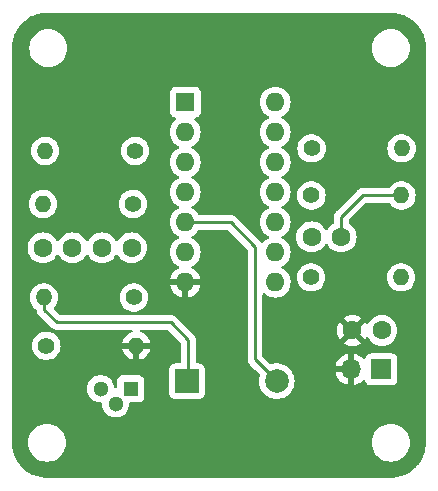
<source format=gbr>
%TF.GenerationSoftware,KiCad,Pcbnew,7.0.7*%
%TF.CreationDate,2023-10-16T17:48:26+02:00*%
%TF.ProjectId,cd4069-siren,63643430-3639-42d7-9369-72656e2e6b69,0*%
%TF.SameCoordinates,Original*%
%TF.FileFunction,Copper,L2,Bot*%
%TF.FilePolarity,Positive*%
%FSLAX46Y46*%
G04 Gerber Fmt 4.6, Leading zero omitted, Abs format (unit mm)*
G04 Created by KiCad (PCBNEW 7.0.7) date 2023-10-16 17:48:26*
%MOMM*%
%LPD*%
G01*
G04 APERTURE LIST*
%TA.AperFunction,ComponentPad*%
%ADD10C,1.600000*%
%TD*%
%TA.AperFunction,ComponentPad*%
%ADD11C,1.400000*%
%TD*%
%TA.AperFunction,ComponentPad*%
%ADD12O,1.400000X1.400000*%
%TD*%
%TA.AperFunction,ComponentPad*%
%ADD13R,1.700000X1.700000*%
%TD*%
%TA.AperFunction,ComponentPad*%
%ADD14O,1.700000X1.700000*%
%TD*%
%TA.AperFunction,ComponentPad*%
%ADD15R,1.600000X1.600000*%
%TD*%
%TA.AperFunction,ComponentPad*%
%ADD16O,1.600000X1.600000*%
%TD*%
%TA.AperFunction,ComponentPad*%
%ADD17R,1.300000X1.300000*%
%TD*%
%TA.AperFunction,ComponentPad*%
%ADD18C,1.300000*%
%TD*%
%TA.AperFunction,ComponentPad*%
%ADD19R,2.000000X2.000000*%
%TD*%
%TA.AperFunction,ComponentPad*%
%ADD20C,2.000000*%
%TD*%
%TA.AperFunction,ViaPad*%
%ADD21C,0.800000*%
%TD*%
%TA.AperFunction,Conductor*%
%ADD22C,0.600000*%
%TD*%
%TA.AperFunction,Conductor*%
%ADD23C,0.250000*%
%TD*%
G04 APERTURE END LIST*
D10*
%TO.P,C1,1*%
%TO.N,/I0*%
X94050000Y-67300000D03*
%TO.P,C1,2*%
%TO.N,Net-(C1-Pad2)*%
X91550000Y-67300000D03*
%TD*%
D11*
%TO.P,R6,1*%
%TO.N,Net-(R6-Pad1)*%
X114290000Y-58875000D03*
D12*
%TO.P,R6,2*%
%TO.N,Net-(C3-Pad2)*%
X121910000Y-58875000D03*
%TD*%
D13*
%TO.P,BT1,1,+*%
%TO.N,+6V*%
X120200000Y-77600000D03*
D14*
%TO.P,BT1,2,-*%
%TO.N,GND*%
X117660000Y-77600000D03*
%TD*%
D11*
%TO.P,R3,1*%
%TO.N,Net-(R3-Pad1)*%
X99250000Y-71500000D03*
D12*
%TO.P,R3,2*%
%TO.N,Net-(Piezo1-Pad1)*%
X91630000Y-71500000D03*
%TD*%
D10*
%TO.P,C3,1*%
%TO.N,Net-(C3-Pad1)*%
X114300000Y-66375000D03*
%TO.P,C3,2*%
%TO.N,Net-(C3-Pad2)*%
X116800000Y-66375000D03*
%TD*%
D11*
%TO.P,R4,1*%
%TO.N,Net-(C3-Pad1)*%
X114250000Y-69800000D03*
D12*
%TO.P,R4,2*%
%TO.N,Net-(BC546-B)*%
X121870000Y-69800000D03*
%TD*%
D10*
%TO.P,C4,1*%
%TO.N,+6V*%
X120250000Y-74300000D03*
%TO.P,C4,2*%
%TO.N,GND*%
X117750000Y-74300000D03*
%TD*%
D11*
%TO.P,R2,1*%
%TO.N,Net-(R2-Pad1)*%
X99170000Y-63600000D03*
D12*
%TO.P,R2,2*%
%TO.N,Net-(C1-Pad2)*%
X91550000Y-63600000D03*
%TD*%
D11*
%TO.P,R5,1*%
%TO.N,Net-(R5-Pad1)*%
X114280000Y-62875000D03*
D12*
%TO.P,R5,2*%
%TO.N,Net-(C3-Pad2)*%
X121900000Y-62875000D03*
%TD*%
D15*
%TO.P,CD4069,1*%
%TO.N,Net-(R1-Pad1)*%
X103600000Y-54975000D03*
D16*
%TO.P,CD4069,2*%
%TO.N,Net-(R2-Pad1)*%
X103600000Y-57515000D03*
%TO.P,CD4069,3*%
X103600000Y-60055000D03*
%TO.P,CD4069,4*%
%TO.N,/I0*%
X103600000Y-62595000D03*
%TO.P,CD4069,5*%
X103600000Y-65135000D03*
%TO.P,CD4069,6*%
%TO.N,Net-(R3-Pad1)*%
X103600000Y-67675000D03*
%TO.P,CD4069,7,VSS*%
%TO.N,GND*%
X103600000Y-70215000D03*
%TO.P,CD4069,8*%
%TO.N,Net-(C3-Pad1)*%
X111220000Y-70215000D03*
%TO.P,CD4069,9*%
%TO.N,Net-(R5-Pad1)*%
X111220000Y-67675000D03*
%TO.P,CD4069,10*%
X111220000Y-65135000D03*
%TO.P,CD4069,11*%
%TO.N,Net-(R6-Pad1)*%
X111220000Y-62595000D03*
%TO.P,CD4069,12*%
%TO.N,unconnected-(U1-Pad12)*%
X111220000Y-60055000D03*
%TO.P,CD4069,13*%
%TO.N,+6V*%
X111220000Y-57515000D03*
%TO.P,CD4069,14,VDD*%
X111220000Y-54975000D03*
%TD*%
D11*
%TO.P,R7,1*%
%TO.N,Net-(BC546-E)*%
X91830000Y-75600000D03*
D12*
%TO.P,R7,2*%
%TO.N,GND*%
X99450000Y-75600000D03*
%TD*%
D10*
%TO.P,C2,1*%
%TO.N,Net-(C1-Pad2)*%
X96550000Y-67300000D03*
%TO.P,C2,2*%
%TO.N,/I1*%
X99050000Y-67300000D03*
%TD*%
D11*
%TO.P,R1,1*%
%TO.N,Net-(R1-Pad1)*%
X99350000Y-59100000D03*
D12*
%TO.P,R1,2*%
%TO.N,Net-(C1-Pad2)*%
X91730000Y-59100000D03*
%TD*%
D17*
%TO.P,BC546,1,C*%
%TO.N,/I1*%
X98970000Y-79230000D03*
D18*
%TO.P,BC546,2,B*%
%TO.N,Net-(BC546-B)*%
X97700000Y-80500000D03*
%TO.P,BC546,3,E*%
%TO.N,Net-(BC546-E)*%
X96430000Y-79230000D03*
%TD*%
D19*
%TO.P,Piezo1,1,1*%
%TO.N,Net-(Piezo1-Pad1)*%
X103750000Y-78600000D03*
D20*
%TO.P,Piezo1,2,2*%
%TO.N,/I0*%
X111350000Y-78600000D03*
%TD*%
D21*
%TO.N,GND*%
X115100000Y-84200000D03*
X107400000Y-55800000D03*
X112600000Y-74100000D03*
X90100000Y-78300000D03*
X122400000Y-67200000D03*
X121100000Y-72400000D03*
X107200000Y-67600000D03*
X97900000Y-54200000D03*
X99400000Y-69600000D03*
X121100000Y-55400000D03*
X98400000Y-61200000D03*
X107600000Y-63100000D03*
X115300000Y-61100000D03*
X101400000Y-63800000D03*
X90900000Y-69500000D03*
X115300000Y-53500000D03*
X100500000Y-84900000D03*
X101600000Y-72100000D03*
%TD*%
D22*
%TO.N,+6V*%
X111220000Y-57515000D02*
X111260000Y-57475000D01*
X120200000Y-74250000D02*
X120250000Y-74300000D01*
D23*
%TO.N,/I0*%
X109500000Y-76750000D02*
X109500000Y-67200000D01*
X111350000Y-78600000D02*
X109500000Y-76750000D01*
X107435000Y-65135000D02*
X103600000Y-65135000D01*
X109500000Y-67200000D02*
X107435000Y-65135000D01*
%TO.N,Net-(C3-Pad2)*%
X116800000Y-64700000D02*
X116800000Y-66375000D01*
X121900000Y-62875000D02*
X118625000Y-62875000D01*
X118625000Y-62875000D02*
X116800000Y-64700000D01*
%TO.N,Net-(Piezo1-Pad1)*%
X91630000Y-72530000D02*
X92700000Y-73600000D01*
X103850000Y-78500000D02*
X103750000Y-78600000D01*
X102350000Y-73600000D02*
X103850000Y-75100000D01*
X103850000Y-75100000D02*
X103850000Y-78500000D01*
X92700000Y-73600000D02*
X102350000Y-73600000D01*
X91630000Y-71500000D02*
X91630000Y-72530000D01*
%TD*%
%TA.AperFunction,Conductor*%
%TO.N,GND*%
G36*
X121001619Y-47400584D02*
G01*
X121133628Y-47407503D01*
X121317027Y-47417803D01*
X121323212Y-47418465D01*
X121475647Y-47442608D01*
X121638194Y-47470226D01*
X121643811Y-47471453D01*
X121796693Y-47512418D01*
X121889122Y-47539046D01*
X121951724Y-47557082D01*
X121956759Y-47558769D01*
X122106183Y-47616127D01*
X122254007Y-47677358D01*
X122258412Y-47679388D01*
X122316738Y-47709107D01*
X122401921Y-47752511D01*
X122471118Y-47790754D01*
X122541480Y-47829641D01*
X122545215Y-47831882D01*
X122616398Y-47878109D01*
X122680872Y-47919980D01*
X122758767Y-47975249D01*
X122810764Y-48012142D01*
X122813886Y-48014510D01*
X122938748Y-48115621D01*
X122941034Y-48117567D01*
X123058721Y-48222738D01*
X123061248Y-48225128D01*
X123174870Y-48338750D01*
X123177260Y-48341277D01*
X123282431Y-48458964D01*
X123284385Y-48461260D01*
X123385480Y-48586102D01*
X123387862Y-48589243D01*
X123480019Y-48719127D01*
X123532215Y-48799500D01*
X123568106Y-48854767D01*
X123570364Y-48858531D01*
X123647488Y-48998078D01*
X123720604Y-49141575D01*
X123722643Y-49145997D01*
X123783877Y-49293829D01*
X123841221Y-49443217D01*
X123842916Y-49448273D01*
X123887579Y-49603297D01*
X123928541Y-49756171D01*
X123929778Y-49761835D01*
X123957394Y-49924369D01*
X123981530Y-50076758D01*
X123982196Y-50082985D01*
X123992509Y-50266618D01*
X123999414Y-50398364D01*
X123999499Y-50401649D01*
X123978180Y-83777083D01*
X123978095Y-83780289D01*
X123971191Y-83912046D01*
X123960878Y-84095695D01*
X123960212Y-84101922D01*
X123936079Y-84254296D01*
X123908461Y-84416849D01*
X123907223Y-84422513D01*
X123866271Y-84575356D01*
X123821602Y-84730407D01*
X123819906Y-84735464D01*
X123762560Y-84884858D01*
X123701327Y-85032687D01*
X123699289Y-85037110D01*
X123626173Y-85180608D01*
X123549050Y-85320152D01*
X123546783Y-85323929D01*
X123458706Y-85459558D01*
X123366551Y-85589437D01*
X123364169Y-85592577D01*
X123263064Y-85717434D01*
X123261110Y-85719730D01*
X123155958Y-85837395D01*
X123153568Y-85839923D01*
X123039923Y-85953568D01*
X123037395Y-85955958D01*
X122919730Y-86061110D01*
X122917434Y-86063064D01*
X122792577Y-86164169D01*
X122789437Y-86166551D01*
X122659558Y-86258706D01*
X122523929Y-86346783D01*
X122520152Y-86349050D01*
X122380608Y-86426173D01*
X122237110Y-86499289D01*
X122232687Y-86501327D01*
X122084858Y-86562560D01*
X121935464Y-86619906D01*
X121930407Y-86621602D01*
X121775356Y-86666271D01*
X121622513Y-86707223D01*
X121616849Y-86708461D01*
X121454296Y-86736079D01*
X121301922Y-86760212D01*
X121295695Y-86760878D01*
X121112047Y-86771191D01*
X121004379Y-86776833D01*
X120980301Y-86778095D01*
X120977058Y-86778180D01*
X91922942Y-86778180D01*
X91919698Y-86778095D01*
X91889836Y-86776530D01*
X91787952Y-86771191D01*
X91604303Y-86760878D01*
X91598076Y-86760212D01*
X91445703Y-86736079D01*
X91283149Y-86708461D01*
X91277485Y-86707223D01*
X91124643Y-86666271D01*
X90969591Y-86621602D01*
X90964534Y-86619906D01*
X90815141Y-86562560D01*
X90667311Y-86501327D01*
X90662888Y-86499288D01*
X90519391Y-86426173D01*
X90379847Y-86349050D01*
X90376077Y-86346788D01*
X90240441Y-86258706D01*
X90110561Y-86166551D01*
X90107421Y-86164169D01*
X90045112Y-86113713D01*
X89982537Y-86063041D01*
X89980284Y-86061123D01*
X89862584Y-85955940D01*
X89860093Y-85953585D01*
X89746412Y-85839904D01*
X89744061Y-85837417D01*
X89638869Y-85719708D01*
X89636964Y-85717469D01*
X89568003Y-85632310D01*
X89535829Y-85592577D01*
X89533447Y-85589437D01*
X89441293Y-85459558D01*
X89412433Y-85415117D01*
X89353200Y-85323905D01*
X89350948Y-85320151D01*
X89273821Y-85180598D01*
X89200701Y-85037091D01*
X89198677Y-85032701D01*
X89137439Y-84884858D01*
X89080087Y-84735449D01*
X89078403Y-84730428D01*
X89033734Y-84575377D01*
X88992771Y-84422499D01*
X88991544Y-84416883D01*
X88963920Y-84254296D01*
X88939782Y-84101889D01*
X88939121Y-84095712D01*
X88928809Y-83912046D01*
X88922937Y-83799999D01*
X90294551Y-83799999D01*
X90314317Y-84051151D01*
X90373126Y-84296110D01*
X90469533Y-84528859D01*
X90601160Y-84743653D01*
X90601161Y-84743656D01*
X90601164Y-84743659D01*
X90764776Y-84935224D01*
X90878907Y-85032701D01*
X90956343Y-85098838D01*
X90956346Y-85098839D01*
X91171140Y-85230466D01*
X91396784Y-85323930D01*
X91403889Y-85326873D01*
X91648852Y-85385683D01*
X91804950Y-85397968D01*
X91837116Y-85400500D01*
X91837118Y-85400500D01*
X91962884Y-85400500D01*
X91992518Y-85398167D01*
X92151148Y-85385683D01*
X92396111Y-85326873D01*
X92628859Y-85230466D01*
X92843659Y-85098836D01*
X93035224Y-84935224D01*
X93198836Y-84743659D01*
X93330466Y-84528859D01*
X93426873Y-84296111D01*
X93485683Y-84051148D01*
X93505449Y-83800000D01*
X93505449Y-83799999D01*
X119394551Y-83799999D01*
X119414317Y-84051151D01*
X119473126Y-84296110D01*
X119569533Y-84528859D01*
X119701160Y-84743653D01*
X119701161Y-84743656D01*
X119701164Y-84743659D01*
X119864776Y-84935224D01*
X119978907Y-85032701D01*
X120056343Y-85098838D01*
X120056346Y-85098839D01*
X120271140Y-85230466D01*
X120496784Y-85323930D01*
X120503889Y-85326873D01*
X120748852Y-85385683D01*
X120904950Y-85397968D01*
X120937116Y-85400500D01*
X120937118Y-85400500D01*
X121062884Y-85400500D01*
X121092517Y-85398167D01*
X121251148Y-85385683D01*
X121496111Y-85326873D01*
X121728859Y-85230466D01*
X121943659Y-85098836D01*
X122135224Y-84935224D01*
X122298836Y-84743659D01*
X122430466Y-84528859D01*
X122526873Y-84296111D01*
X122585683Y-84051148D01*
X122605449Y-83800000D01*
X122585683Y-83548852D01*
X122526873Y-83303889D01*
X122430466Y-83071141D01*
X122430466Y-83071140D01*
X122298839Y-82856346D01*
X122298838Y-82856343D01*
X122261875Y-82813066D01*
X122135224Y-82664776D01*
X122008571Y-82556604D01*
X121943656Y-82501161D01*
X121943653Y-82501160D01*
X121728859Y-82369533D01*
X121496110Y-82273126D01*
X121251150Y-82214317D01*
X121062884Y-82199500D01*
X121062882Y-82199500D01*
X120937118Y-82199500D01*
X120937116Y-82199500D01*
X120748849Y-82214317D01*
X120503889Y-82273126D01*
X120271140Y-82369533D01*
X120056346Y-82501160D01*
X120056343Y-82501161D01*
X119864776Y-82664776D01*
X119701161Y-82856343D01*
X119701160Y-82856346D01*
X119569533Y-83071140D01*
X119473126Y-83303889D01*
X119414317Y-83548848D01*
X119394551Y-83799999D01*
X93505449Y-83799999D01*
X93485683Y-83548852D01*
X93426873Y-83303889D01*
X93330466Y-83071141D01*
X93330466Y-83071140D01*
X93198839Y-82856346D01*
X93198838Y-82856343D01*
X93161875Y-82813066D01*
X93035224Y-82664776D01*
X92908571Y-82556604D01*
X92843656Y-82501161D01*
X92843653Y-82501160D01*
X92628859Y-82369533D01*
X92396110Y-82273126D01*
X92151150Y-82214317D01*
X91962884Y-82199500D01*
X91962882Y-82199500D01*
X91837118Y-82199500D01*
X91837116Y-82199500D01*
X91648849Y-82214317D01*
X91403889Y-82273126D01*
X91171140Y-82369533D01*
X90956346Y-82501160D01*
X90956343Y-82501161D01*
X90764776Y-82664776D01*
X90601161Y-82856343D01*
X90601160Y-82856346D01*
X90469533Y-83071140D01*
X90373126Y-83303889D01*
X90314317Y-83548848D01*
X90294551Y-83799999D01*
X88922937Y-83799999D01*
X88921905Y-83780310D01*
X88921821Y-83777033D01*
X88922627Y-82856346D01*
X88925799Y-79230000D01*
X95274570Y-79230000D01*
X95294244Y-79442310D01*
X95352596Y-79647392D01*
X95352596Y-79647394D01*
X95447632Y-79838253D01*
X95553792Y-79978830D01*
X95576128Y-80008407D01*
X95733698Y-80152052D01*
X95914981Y-80264298D01*
X96113802Y-80341321D01*
X96323390Y-80380500D01*
X96323392Y-80380500D01*
X96420571Y-80380500D01*
X96487610Y-80400185D01*
X96533365Y-80452989D01*
X96542383Y-80494445D01*
X96544042Y-80494292D01*
X96564244Y-80712310D01*
X96622596Y-80917392D01*
X96622596Y-80917394D01*
X96717632Y-81108253D01*
X96717634Y-81108255D01*
X96846128Y-81278407D01*
X97003698Y-81422052D01*
X97184981Y-81534298D01*
X97383802Y-81611321D01*
X97593390Y-81650500D01*
X97593392Y-81650500D01*
X97806608Y-81650500D01*
X97806610Y-81650500D01*
X98016198Y-81611321D01*
X98215019Y-81534298D01*
X98396302Y-81422052D01*
X98553872Y-81278407D01*
X98682366Y-81108255D01*
X98777405Y-80917389D01*
X98835756Y-80712310D01*
X98855429Y-80500000D01*
X98855958Y-80494292D01*
X98858360Y-80494514D01*
X98875114Y-80437460D01*
X98927918Y-80391705D01*
X98979429Y-80380499D01*
X99667871Y-80380499D01*
X99667872Y-80380499D01*
X99727483Y-80374091D01*
X99862331Y-80323796D01*
X99977546Y-80237546D01*
X100063796Y-80122331D01*
X100114091Y-79987483D01*
X100120500Y-79927873D01*
X100120499Y-78532128D01*
X100114091Y-78472517D01*
X100069206Y-78352175D01*
X100063797Y-78337671D01*
X100063793Y-78337664D01*
X99977547Y-78222455D01*
X99977544Y-78222452D01*
X99862335Y-78136206D01*
X99862328Y-78136202D01*
X99727482Y-78085908D01*
X99727483Y-78085908D01*
X99667883Y-78079501D01*
X99667881Y-78079500D01*
X99667873Y-78079500D01*
X99667864Y-78079500D01*
X98272129Y-78079500D01*
X98272123Y-78079501D01*
X98212516Y-78085908D01*
X98077671Y-78136202D01*
X98077664Y-78136206D01*
X97962455Y-78222452D01*
X97962452Y-78222455D01*
X97876206Y-78337664D01*
X97876202Y-78337671D01*
X97825908Y-78472517D01*
X97821228Y-78516053D01*
X97819501Y-78532123D01*
X97819500Y-78532135D01*
X97819500Y-79073946D01*
X97799815Y-79140985D01*
X97747011Y-79186740D01*
X97677853Y-79196684D01*
X97614297Y-79167659D01*
X97576523Y-79108881D01*
X97572029Y-79085387D01*
X97570969Y-79073946D01*
X97565756Y-79017690D01*
X97507405Y-78812611D01*
X97507403Y-78812606D01*
X97507403Y-78812605D01*
X97412367Y-78621746D01*
X97283872Y-78451593D01*
X97126302Y-78307948D01*
X96945019Y-78195702D01*
X96945017Y-78195701D01*
X96814817Y-78145262D01*
X96746198Y-78118679D01*
X96536610Y-78079500D01*
X96323390Y-78079500D01*
X96113802Y-78118679D01*
X96113799Y-78118679D01*
X96113799Y-78118680D01*
X95914982Y-78195701D01*
X95914980Y-78195702D01*
X95733699Y-78307947D01*
X95576127Y-78451593D01*
X95447632Y-78621746D01*
X95352596Y-78812605D01*
X95352596Y-78812607D01*
X95294244Y-79017689D01*
X95274570Y-79229999D01*
X95274570Y-79230000D01*
X88925799Y-79230000D01*
X88928975Y-75600000D01*
X90624357Y-75600000D01*
X90644884Y-75821535D01*
X90644885Y-75821537D01*
X90705769Y-76035523D01*
X90705775Y-76035538D01*
X90804938Y-76234683D01*
X90804943Y-76234691D01*
X90939020Y-76412238D01*
X91043706Y-76507671D01*
X91103182Y-76561891D01*
X91103437Y-76562123D01*
X91103439Y-76562125D01*
X91292595Y-76679245D01*
X91292596Y-76679245D01*
X91292599Y-76679247D01*
X91500060Y-76759618D01*
X91718757Y-76800500D01*
X91718759Y-76800500D01*
X91941241Y-76800500D01*
X91941243Y-76800500D01*
X92159940Y-76759618D01*
X92367401Y-76679247D01*
X92556562Y-76562124D01*
X92720981Y-76412236D01*
X92855058Y-76234689D01*
X92954229Y-76035528D01*
X93015115Y-75821536D01*
X93035643Y-75600000D01*
X93028854Y-75526739D01*
X93015115Y-75378464D01*
X93015114Y-75378462D01*
X93009602Y-75359090D01*
X92954229Y-75164472D01*
X92951670Y-75159332D01*
X92855061Y-74965316D01*
X92855056Y-74965308D01*
X92720979Y-74787761D01*
X92556562Y-74637876D01*
X92556560Y-74637874D01*
X92367404Y-74520754D01*
X92367398Y-74520752D01*
X92159940Y-74440382D01*
X91941243Y-74399500D01*
X91718757Y-74399500D01*
X91500060Y-74440382D01*
X91437913Y-74464458D01*
X91292601Y-74520752D01*
X91292595Y-74520754D01*
X91103439Y-74637874D01*
X91103437Y-74637876D01*
X90939020Y-74787761D01*
X90804943Y-74965308D01*
X90804938Y-74965316D01*
X90705775Y-75164461D01*
X90705769Y-75164476D01*
X90644885Y-75378462D01*
X90644884Y-75378464D01*
X90624357Y-75599999D01*
X90624357Y-75600000D01*
X88928975Y-75600000D01*
X88932562Y-71500000D01*
X90424357Y-71500000D01*
X90444884Y-71721535D01*
X90444885Y-71721537D01*
X90505769Y-71935523D01*
X90505775Y-71935538D01*
X90604938Y-72134683D01*
X90604943Y-72134691D01*
X90739020Y-72312238D01*
X90903433Y-72462120D01*
X90903435Y-72462121D01*
X90903438Y-72462124D01*
X90947443Y-72489371D01*
X90994079Y-72541397D01*
X91006105Y-72590901D01*
X91007290Y-72628625D01*
X91007291Y-72628627D01*
X91012880Y-72647867D01*
X91016824Y-72666911D01*
X91019336Y-72686792D01*
X91036490Y-72730119D01*
X91038382Y-72735647D01*
X91051381Y-72780388D01*
X91061580Y-72797634D01*
X91070138Y-72815103D01*
X91077514Y-72833732D01*
X91104898Y-72871423D01*
X91108106Y-72876307D01*
X91131827Y-72916416D01*
X91131833Y-72916424D01*
X91145990Y-72930580D01*
X91158627Y-72945375D01*
X91170406Y-72961587D01*
X91184169Y-72972973D01*
X91206309Y-72991288D01*
X91210620Y-72995210D01*
X91789936Y-73574526D01*
X92199194Y-73983784D01*
X92209019Y-73996048D01*
X92209240Y-73995866D01*
X92214210Y-74001873D01*
X92214213Y-74001876D01*
X92214214Y-74001877D01*
X92264651Y-74049241D01*
X92285530Y-74070120D01*
X92291004Y-74074366D01*
X92295442Y-74078156D01*
X92329418Y-74110062D01*
X92329422Y-74110064D01*
X92346973Y-74119713D01*
X92363231Y-74130392D01*
X92379064Y-74142674D01*
X92401015Y-74152172D01*
X92421837Y-74161183D01*
X92427081Y-74163752D01*
X92467908Y-74186197D01*
X92487312Y-74191179D01*
X92505710Y-74197478D01*
X92524105Y-74205438D01*
X92570129Y-74212726D01*
X92575832Y-74213907D01*
X92620981Y-74225500D01*
X92641016Y-74225500D01*
X92660413Y-74227026D01*
X92680196Y-74230160D01*
X92726583Y-74225775D01*
X92732422Y-74225500D01*
X99012774Y-74225500D01*
X99079813Y-74245185D01*
X99125568Y-74297989D01*
X99135512Y-74367147D01*
X99106487Y-74430703D01*
X99057568Y-74465127D01*
X98912822Y-74521201D01*
X98912820Y-74521202D01*
X98723738Y-74638278D01*
X98559391Y-74788099D01*
X98425368Y-74965574D01*
X98326239Y-75164650D01*
X98273505Y-75350000D01*
X98987953Y-75350000D01*
X99054992Y-75369685D01*
X99100747Y-75422489D01*
X99110691Y-75491647D01*
X99108158Y-75504443D01*
X99106017Y-75512896D01*
X99096371Y-75629299D01*
X99096371Y-75629302D01*
X99096372Y-75629302D01*
X99111010Y-75687108D01*
X99113151Y-75695560D01*
X99110525Y-75765381D01*
X99070569Y-75822698D01*
X99005968Y-75849314D01*
X98992945Y-75850000D01*
X98273505Y-75850000D01*
X98326239Y-76035349D01*
X98425368Y-76234425D01*
X98559391Y-76411900D01*
X98723738Y-76561721D01*
X98912820Y-76678797D01*
X98912822Y-76678798D01*
X99120195Y-76759135D01*
X99200000Y-76774052D01*
X99200000Y-76057898D01*
X99219685Y-75990859D01*
X99272489Y-75945104D01*
X99341647Y-75935160D01*
X99364259Y-75940615D01*
X99391595Y-75950000D01*
X99479004Y-75950000D01*
X99479005Y-75950000D01*
X99555590Y-75937220D01*
X99624955Y-75945602D01*
X99678777Y-75990155D01*
X99699968Y-76056733D01*
X99700000Y-76059529D01*
X99700000Y-76774052D01*
X99779804Y-76759135D01*
X99987177Y-76678798D01*
X99987179Y-76678797D01*
X100176261Y-76561721D01*
X100340608Y-76411900D01*
X100474631Y-76234425D01*
X100573760Y-76035349D01*
X100626495Y-75850000D01*
X99912047Y-75850000D01*
X99845008Y-75830315D01*
X99799253Y-75777511D01*
X99789309Y-75708353D01*
X99791842Y-75695557D01*
X99793979Y-75687114D01*
X99793982Y-75687108D01*
X99803628Y-75570698D01*
X99786849Y-75504438D01*
X99789475Y-75434619D01*
X99829431Y-75377302D01*
X99894032Y-75350686D01*
X99907055Y-75350000D01*
X100626495Y-75350000D01*
X100573760Y-75164650D01*
X100474631Y-74965574D01*
X100340608Y-74788099D01*
X100176261Y-74638278D01*
X99987179Y-74521202D01*
X99987177Y-74521201D01*
X99842432Y-74465127D01*
X99787030Y-74422554D01*
X99763440Y-74356787D01*
X99779151Y-74288707D01*
X99829175Y-74239928D01*
X99887226Y-74225500D01*
X102039548Y-74225500D01*
X102106587Y-74245185D01*
X102127229Y-74261819D01*
X103188181Y-75322771D01*
X103221666Y-75384094D01*
X103224500Y-75410452D01*
X103224500Y-76975500D01*
X103204815Y-77042539D01*
X103152011Y-77088294D01*
X103100500Y-77099500D01*
X102702129Y-77099500D01*
X102702123Y-77099501D01*
X102642516Y-77105908D01*
X102507671Y-77156202D01*
X102507664Y-77156206D01*
X102392455Y-77242452D01*
X102392452Y-77242455D01*
X102306206Y-77357664D01*
X102306202Y-77357671D01*
X102255908Y-77492517D01*
X102252082Y-77528111D01*
X102249501Y-77552123D01*
X102249500Y-77552135D01*
X102249500Y-79647870D01*
X102249501Y-79647876D01*
X102255908Y-79707483D01*
X102306202Y-79842328D01*
X102306206Y-79842335D01*
X102392452Y-79957544D01*
X102392455Y-79957547D01*
X102507664Y-80043793D01*
X102507671Y-80043797D01*
X102642517Y-80094091D01*
X102642516Y-80094091D01*
X102649444Y-80094835D01*
X102702127Y-80100500D01*
X104797872Y-80100499D01*
X104857483Y-80094091D01*
X104992331Y-80043796D01*
X105107546Y-79957546D01*
X105193796Y-79842331D01*
X105244091Y-79707483D01*
X105250500Y-79647873D01*
X105250499Y-77552128D01*
X105244091Y-77492517D01*
X105217972Y-77422489D01*
X105193797Y-77357671D01*
X105193793Y-77357664D01*
X105107547Y-77242455D01*
X105107544Y-77242452D01*
X104992335Y-77156206D01*
X104992328Y-77156202D01*
X104857482Y-77105908D01*
X104857483Y-77105908D01*
X104797883Y-77099501D01*
X104797881Y-77099500D01*
X104797873Y-77099500D01*
X104797865Y-77099500D01*
X104599500Y-77099500D01*
X104532461Y-77079815D01*
X104486706Y-77027011D01*
X104475500Y-76975500D01*
X104475499Y-75182744D01*
X104477224Y-75167128D01*
X104476937Y-75167101D01*
X104477670Y-75159340D01*
X104477672Y-75159332D01*
X104475500Y-75090203D01*
X104475500Y-75060650D01*
X104474629Y-75053759D01*
X104474172Y-75047945D01*
X104473466Y-75025471D01*
X104472709Y-75001373D01*
X104467121Y-74982139D01*
X104463174Y-74963081D01*
X104461867Y-74952734D01*
X104460664Y-74943208D01*
X104443507Y-74899875D01*
X104441614Y-74894346D01*
X104428618Y-74849614D01*
X104428617Y-74849610D01*
X104418420Y-74832368D01*
X104409863Y-74814902D01*
X104402486Y-74796268D01*
X104375083Y-74758550D01*
X104371900Y-74753705D01*
X104348170Y-74713579D01*
X104348165Y-74713573D01*
X104334005Y-74699413D01*
X104321370Y-74684620D01*
X104309593Y-74668412D01*
X104273693Y-74638713D01*
X104269381Y-74634790D01*
X102850803Y-73216212D01*
X102840980Y-73203950D01*
X102840759Y-73204134D01*
X102835786Y-73198123D01*
X102785364Y-73150773D01*
X102774919Y-73140328D01*
X102764475Y-73129883D01*
X102758986Y-73125625D01*
X102754561Y-73121847D01*
X102720582Y-73089938D01*
X102720580Y-73089936D01*
X102720577Y-73089935D01*
X102703029Y-73080288D01*
X102686763Y-73069604D01*
X102670933Y-73057325D01*
X102628168Y-73038818D01*
X102622922Y-73036248D01*
X102582093Y-73013803D01*
X102582092Y-73013802D01*
X102562693Y-73008822D01*
X102544281Y-73002518D01*
X102525898Y-72994562D01*
X102525892Y-72994560D01*
X102479874Y-72987272D01*
X102474152Y-72986087D01*
X102429021Y-72974500D01*
X102429019Y-72974500D01*
X102408984Y-72974500D01*
X102389586Y-72972973D01*
X102382162Y-72971797D01*
X102369805Y-72969840D01*
X102369804Y-72969840D01*
X102323416Y-72974225D01*
X102317578Y-72974500D01*
X93010453Y-72974500D01*
X92943414Y-72954815D01*
X92922772Y-72938181D01*
X92495550Y-72510959D01*
X92462065Y-72449636D01*
X92467049Y-72379944D01*
X92499693Y-72331641D01*
X92520981Y-72312236D01*
X92655058Y-72134689D01*
X92754229Y-71935528D01*
X92815115Y-71721536D01*
X92835643Y-71500000D01*
X98044357Y-71500000D01*
X98064884Y-71721535D01*
X98064885Y-71721537D01*
X98125769Y-71935523D01*
X98125775Y-71935538D01*
X98224938Y-72134683D01*
X98224943Y-72134691D01*
X98359020Y-72312238D01*
X98523437Y-72462123D01*
X98523439Y-72462125D01*
X98712595Y-72579245D01*
X98712596Y-72579245D01*
X98712599Y-72579247D01*
X98920060Y-72659618D01*
X99138757Y-72700500D01*
X99138759Y-72700500D01*
X99361241Y-72700500D01*
X99361243Y-72700500D01*
X99579940Y-72659618D01*
X99787401Y-72579247D01*
X99976562Y-72462124D01*
X100140981Y-72312236D01*
X100275058Y-72134689D01*
X100374229Y-71935528D01*
X100435115Y-71721536D01*
X100455643Y-71500000D01*
X100450200Y-71441265D01*
X100435115Y-71278464D01*
X100435114Y-71278462D01*
X100417070Y-71215045D01*
X100374229Y-71064472D01*
X100322018Y-70959618D01*
X100275061Y-70865316D01*
X100275056Y-70865308D01*
X100140979Y-70687761D01*
X99976562Y-70537876D01*
X99976560Y-70537874D01*
X99787404Y-70420754D01*
X99787398Y-70420752D01*
X99579940Y-70340382D01*
X99361243Y-70299500D01*
X99138757Y-70299500D01*
X98920060Y-70340382D01*
X98789669Y-70390896D01*
X98712601Y-70420752D01*
X98712595Y-70420754D01*
X98523439Y-70537874D01*
X98523437Y-70537876D01*
X98359020Y-70687761D01*
X98224943Y-70865308D01*
X98224938Y-70865316D01*
X98125775Y-71064461D01*
X98125769Y-71064476D01*
X98064885Y-71278462D01*
X98064884Y-71278464D01*
X98044357Y-71499999D01*
X98044357Y-71500000D01*
X92835643Y-71500000D01*
X92830200Y-71441265D01*
X92815115Y-71278464D01*
X92815114Y-71278462D01*
X92797070Y-71215045D01*
X92754229Y-71064472D01*
X92702018Y-70959618D01*
X92655061Y-70865316D01*
X92655056Y-70865308D01*
X92520979Y-70687761D01*
X92356562Y-70537876D01*
X92356560Y-70537874D01*
X92167404Y-70420754D01*
X92167398Y-70420752D01*
X91959940Y-70340382D01*
X91741243Y-70299500D01*
X91518757Y-70299500D01*
X91300060Y-70340382D01*
X91169669Y-70390896D01*
X91092601Y-70420752D01*
X91092595Y-70420754D01*
X90903439Y-70537874D01*
X90903437Y-70537876D01*
X90739020Y-70687761D01*
X90604943Y-70865308D01*
X90604938Y-70865316D01*
X90505775Y-71064461D01*
X90505769Y-71064476D01*
X90444885Y-71278462D01*
X90444884Y-71278464D01*
X90424357Y-71499999D01*
X90424357Y-71500000D01*
X88932562Y-71500000D01*
X88936237Y-67300001D01*
X90244532Y-67300001D01*
X90264364Y-67526686D01*
X90264366Y-67526697D01*
X90323258Y-67746488D01*
X90323261Y-67746497D01*
X90419431Y-67952732D01*
X90419432Y-67952734D01*
X90549954Y-68139141D01*
X90710858Y-68300045D01*
X90710861Y-68300047D01*
X90897266Y-68430568D01*
X91103504Y-68526739D01*
X91323308Y-68585635D01*
X91481786Y-68599500D01*
X91549998Y-68605468D01*
X91550000Y-68605468D01*
X91550002Y-68605468D01*
X91618214Y-68599500D01*
X91776692Y-68585635D01*
X91996496Y-68526739D01*
X92202734Y-68430568D01*
X92389139Y-68300047D01*
X92550047Y-68139139D01*
X92680568Y-67952734D01*
X92687618Y-67937614D01*
X92733789Y-67885176D01*
X92800982Y-67866023D01*
X92867864Y-67886238D01*
X92912381Y-67937614D01*
X92919432Y-67952733D01*
X92919432Y-67952734D01*
X93049954Y-68139141D01*
X93210858Y-68300045D01*
X93210861Y-68300047D01*
X93397266Y-68430568D01*
X93603504Y-68526739D01*
X93823308Y-68585635D01*
X93981786Y-68599500D01*
X94049998Y-68605468D01*
X94050000Y-68605468D01*
X94050002Y-68605468D01*
X94118214Y-68599500D01*
X94276692Y-68585635D01*
X94496496Y-68526739D01*
X94702734Y-68430568D01*
X94889139Y-68300047D01*
X95050047Y-68139139D01*
X95180568Y-67952734D01*
X95187618Y-67937614D01*
X95233789Y-67885176D01*
X95300982Y-67866023D01*
X95367864Y-67886238D01*
X95412381Y-67937614D01*
X95419432Y-67952733D01*
X95419432Y-67952734D01*
X95549954Y-68139141D01*
X95710858Y-68300045D01*
X95710861Y-68300047D01*
X95897266Y-68430568D01*
X96103504Y-68526739D01*
X96323308Y-68585635D01*
X96481786Y-68599500D01*
X96549998Y-68605468D01*
X96550000Y-68605468D01*
X96550002Y-68605468D01*
X96618214Y-68599500D01*
X96776692Y-68585635D01*
X96996496Y-68526739D01*
X97202734Y-68430568D01*
X97389139Y-68300047D01*
X97550047Y-68139139D01*
X97680568Y-67952734D01*
X97687618Y-67937614D01*
X97733789Y-67885176D01*
X97800982Y-67866023D01*
X97867864Y-67886238D01*
X97912381Y-67937614D01*
X97919432Y-67952733D01*
X97919432Y-67952734D01*
X98049954Y-68139141D01*
X98210858Y-68300045D01*
X98210861Y-68300047D01*
X98397266Y-68430568D01*
X98603504Y-68526739D01*
X98823308Y-68585635D01*
X98981786Y-68599500D01*
X99049998Y-68605468D01*
X99050000Y-68605468D01*
X99050002Y-68605468D01*
X99118214Y-68599500D01*
X99276692Y-68585635D01*
X99496496Y-68526739D01*
X99702734Y-68430568D01*
X99889139Y-68300047D01*
X100050047Y-68139139D01*
X100180568Y-67952734D01*
X100276739Y-67746496D01*
X100295896Y-67675001D01*
X102294532Y-67675001D01*
X102314364Y-67901686D01*
X102314366Y-67901697D01*
X102373258Y-68121488D01*
X102373261Y-68121497D01*
X102469431Y-68327732D01*
X102469432Y-68327734D01*
X102599954Y-68514141D01*
X102760858Y-68675045D01*
X102760861Y-68675047D01*
X102947266Y-68805568D01*
X103005865Y-68832893D01*
X103058305Y-68879065D01*
X103077457Y-68946258D01*
X103057242Y-69013139D01*
X103005867Y-69057657D01*
X102947515Y-69084867D01*
X102761179Y-69215342D01*
X102600342Y-69376179D01*
X102469865Y-69562517D01*
X102373734Y-69768673D01*
X102373730Y-69768682D01*
X102321127Y-69964999D01*
X102321128Y-69965000D01*
X103089424Y-69965000D01*
X103156463Y-69984685D01*
X103202218Y-70037489D01*
X103212162Y-70106647D01*
X103211897Y-70108397D01*
X103195014Y-70214996D01*
X103195014Y-70215003D01*
X103211897Y-70321603D01*
X103202942Y-70390896D01*
X103157946Y-70444348D01*
X103091194Y-70464987D01*
X103089424Y-70465000D01*
X102321128Y-70465000D01*
X102373730Y-70661317D01*
X102373734Y-70661326D01*
X102469865Y-70867482D01*
X102600342Y-71053820D01*
X102761179Y-71214657D01*
X102947517Y-71345134D01*
X103153673Y-71441265D01*
X103153682Y-71441269D01*
X103349999Y-71493872D01*
X103350000Y-71493871D01*
X103350000Y-70725575D01*
X103369685Y-70658536D01*
X103422489Y-70612781D01*
X103491647Y-70602837D01*
X103493331Y-70603091D01*
X103525699Y-70608218D01*
X103568515Y-70615000D01*
X103568519Y-70615000D01*
X103631485Y-70615000D01*
X103674300Y-70608218D01*
X103706602Y-70603102D01*
X103775894Y-70612056D01*
X103829347Y-70657052D01*
X103849987Y-70723803D01*
X103850000Y-70725575D01*
X103850000Y-71493872D01*
X104046317Y-71441269D01*
X104046326Y-71441265D01*
X104252482Y-71345134D01*
X104438820Y-71214657D01*
X104599657Y-71053820D01*
X104730134Y-70867482D01*
X104826265Y-70661326D01*
X104826269Y-70661317D01*
X104878872Y-70465000D01*
X104110576Y-70465000D01*
X104043537Y-70445315D01*
X103997782Y-70392511D01*
X103987838Y-70323353D01*
X103988103Y-70321603D01*
X104004986Y-70215003D01*
X104004986Y-70214996D01*
X103988103Y-70108397D01*
X103997058Y-70039104D01*
X104042054Y-69985652D01*
X104108806Y-69965013D01*
X104110576Y-69965000D01*
X104878872Y-69965000D01*
X104878872Y-69964999D01*
X104826269Y-69768682D01*
X104826265Y-69768673D01*
X104730134Y-69562517D01*
X104599657Y-69376179D01*
X104438820Y-69215342D01*
X104252482Y-69084865D01*
X104194133Y-69057657D01*
X104141694Y-69011484D01*
X104122542Y-68944291D01*
X104142758Y-68877410D01*
X104194129Y-68832895D01*
X104252734Y-68805568D01*
X104439139Y-68675047D01*
X104600047Y-68514139D01*
X104730568Y-68327734D01*
X104826739Y-68121496D01*
X104885635Y-67901692D01*
X104905468Y-67675000D01*
X104885635Y-67448308D01*
X104826739Y-67228504D01*
X104730568Y-67022266D01*
X104616284Y-66859050D01*
X104600045Y-66835858D01*
X104439141Y-66674954D01*
X104252734Y-66544432D01*
X104252728Y-66544429D01*
X104194725Y-66517382D01*
X104142285Y-66471210D01*
X104123133Y-66404017D01*
X104143348Y-66337135D01*
X104194725Y-66292618D01*
X104252734Y-66265568D01*
X104439139Y-66135047D01*
X104600047Y-65974139D01*
X104712612Y-65813377D01*
X104767189Y-65769752D01*
X104814188Y-65760500D01*
X107124548Y-65760500D01*
X107191587Y-65780185D01*
X107212229Y-65796819D01*
X108838181Y-67422771D01*
X108871666Y-67484094D01*
X108874500Y-67510452D01*
X108874500Y-76667255D01*
X108872775Y-76682872D01*
X108873061Y-76682899D01*
X108872326Y-76690665D01*
X108874500Y-76759814D01*
X108874500Y-76789343D01*
X108874501Y-76789360D01*
X108875368Y-76796231D01*
X108875826Y-76802050D01*
X108877290Y-76848624D01*
X108877291Y-76848627D01*
X108882880Y-76867867D01*
X108886824Y-76886911D01*
X108889336Y-76906792D01*
X108895524Y-76922422D01*
X108906490Y-76950119D01*
X108908382Y-76955647D01*
X108921381Y-77000388D01*
X108931580Y-77017634D01*
X108940138Y-77035103D01*
X108947514Y-77053732D01*
X108974898Y-77091423D01*
X108978106Y-77096307D01*
X109001827Y-77136416D01*
X109001833Y-77136424D01*
X109015990Y-77150580D01*
X109028628Y-77165376D01*
X109040405Y-77181586D01*
X109040406Y-77181587D01*
X109076309Y-77211288D01*
X109080620Y-77215210D01*
X109537298Y-77671888D01*
X109886338Y-78020928D01*
X109919823Y-78082251D01*
X109918863Y-78139049D01*
X109864892Y-78352174D01*
X109864890Y-78352187D01*
X109844357Y-78599994D01*
X109844357Y-78600005D01*
X109864890Y-78847812D01*
X109864892Y-78847824D01*
X109925936Y-79088881D01*
X110025826Y-79316606D01*
X110161833Y-79524782D01*
X110161836Y-79524785D01*
X110330256Y-79707738D01*
X110526491Y-79860474D01*
X110745190Y-79978828D01*
X110980386Y-80059571D01*
X111225665Y-80100500D01*
X111474335Y-80100500D01*
X111719614Y-80059571D01*
X111954810Y-79978828D01*
X112173509Y-79860474D01*
X112369744Y-79707738D01*
X112538164Y-79524785D01*
X112674173Y-79316607D01*
X112774063Y-79088881D01*
X112835108Y-78847821D01*
X112838445Y-78807547D01*
X112855643Y-78600005D01*
X112855643Y-78599994D01*
X112835109Y-78352187D01*
X112835107Y-78352175D01*
X112774063Y-78111118D01*
X112674173Y-77883393D01*
X112652356Y-77850000D01*
X116329364Y-77850000D01*
X116386567Y-78063486D01*
X116386570Y-78063492D01*
X116486399Y-78277578D01*
X116621894Y-78471082D01*
X116788917Y-78638105D01*
X116982421Y-78773600D01*
X117196507Y-78873429D01*
X117196516Y-78873433D01*
X117410000Y-78930634D01*
X117410000Y-78212301D01*
X117429685Y-78145262D01*
X117482489Y-78099507D01*
X117551647Y-78089563D01*
X117624237Y-78100000D01*
X117624238Y-78100000D01*
X117695762Y-78100000D01*
X117695763Y-78100000D01*
X117768352Y-78089563D01*
X117837510Y-78099507D01*
X117890314Y-78145261D01*
X117909999Y-78212301D01*
X117909999Y-78930634D01*
X118123483Y-78873433D01*
X118123492Y-78873429D01*
X118337578Y-78773600D01*
X118531078Y-78638108D01*
X118653133Y-78516053D01*
X118714456Y-78482568D01*
X118784148Y-78487552D01*
X118840082Y-78529423D01*
X118856997Y-78560401D01*
X118906202Y-78692328D01*
X118906206Y-78692335D01*
X118992452Y-78807544D01*
X118992455Y-78807547D01*
X119107664Y-78893793D01*
X119107671Y-78893797D01*
X119242517Y-78944091D01*
X119242516Y-78944091D01*
X119249444Y-78944835D01*
X119302127Y-78950500D01*
X121097872Y-78950499D01*
X121157483Y-78944091D01*
X121292331Y-78893796D01*
X121407546Y-78807546D01*
X121493796Y-78692331D01*
X121544091Y-78557483D01*
X121550500Y-78497873D01*
X121550499Y-76702128D01*
X121544091Y-76642517D01*
X121543002Y-76639598D01*
X121493797Y-76507671D01*
X121493793Y-76507664D01*
X121407547Y-76392455D01*
X121407544Y-76392452D01*
X121292335Y-76306206D01*
X121292328Y-76306202D01*
X121157482Y-76255908D01*
X121157483Y-76255908D01*
X121097883Y-76249501D01*
X121097881Y-76249500D01*
X121097873Y-76249500D01*
X121097864Y-76249500D01*
X119302129Y-76249500D01*
X119302123Y-76249501D01*
X119242516Y-76255908D01*
X119107671Y-76306202D01*
X119107664Y-76306206D01*
X118992455Y-76392452D01*
X118992452Y-76392455D01*
X118906206Y-76507664D01*
X118906202Y-76507671D01*
X118856997Y-76639598D01*
X118815126Y-76695532D01*
X118749661Y-76719949D01*
X118681388Y-76705097D01*
X118653134Y-76683946D01*
X118531082Y-76561894D01*
X118337578Y-76426399D01*
X118123492Y-76326570D01*
X118123486Y-76326567D01*
X117910000Y-76269364D01*
X117909999Y-76269364D01*
X117909999Y-76987698D01*
X117890314Y-77054738D01*
X117837510Y-77100492D01*
X117768353Y-77110436D01*
X117695764Y-77100000D01*
X117695763Y-77100000D01*
X117624237Y-77100000D01*
X117624233Y-77100000D01*
X117551645Y-77110436D01*
X117482487Y-77100492D01*
X117429684Y-77054736D01*
X117410000Y-76987698D01*
X117410000Y-76269364D01*
X117409999Y-76269364D01*
X117196513Y-76326567D01*
X117196507Y-76326570D01*
X116982422Y-76426399D01*
X116982420Y-76426400D01*
X116788926Y-76561886D01*
X116788920Y-76561891D01*
X116621891Y-76728920D01*
X116621886Y-76728926D01*
X116486400Y-76922420D01*
X116486399Y-76922422D01*
X116386570Y-77136507D01*
X116386567Y-77136513D01*
X116329364Y-77349999D01*
X116329364Y-77350000D01*
X117046653Y-77350000D01*
X117113692Y-77369685D01*
X117159447Y-77422489D01*
X117169391Y-77491647D01*
X117165631Y-77508933D01*
X117160000Y-77528111D01*
X117160000Y-77671888D01*
X117165631Y-77691067D01*
X117165630Y-77760936D01*
X117127855Y-77819714D01*
X117064299Y-77848738D01*
X117046653Y-77850000D01*
X116329364Y-77850000D01*
X112652356Y-77850000D01*
X112538166Y-77675217D01*
X112516557Y-77651744D01*
X112369744Y-77492262D01*
X112173509Y-77339526D01*
X112173507Y-77339525D01*
X112173506Y-77339524D01*
X111954811Y-77221172D01*
X111954802Y-77221169D01*
X111719616Y-77140429D01*
X111474335Y-77099500D01*
X111225665Y-77099500D01*
X110980386Y-77140428D01*
X110900713Y-77167780D01*
X110830914Y-77170929D01*
X110772770Y-77138179D01*
X110161819Y-76527228D01*
X110128334Y-76465905D01*
X110125500Y-76439547D01*
X110125500Y-74300002D01*
X116445034Y-74300002D01*
X116464858Y-74526599D01*
X116464860Y-74526610D01*
X116523730Y-74746317D01*
X116523734Y-74746326D01*
X116619865Y-74952481D01*
X116619866Y-74952483D01*
X116670973Y-75025471D01*
X116670973Y-75025472D01*
X117212580Y-74483865D01*
X117273903Y-74450380D01*
X117343594Y-74455364D01*
X117399528Y-74497235D01*
X117410742Y-74515246D01*
X117413549Y-74520754D01*
X117422358Y-74538044D01*
X117422363Y-74538050D01*
X117511949Y-74627636D01*
X117511951Y-74627637D01*
X117511955Y-74627641D01*
X117534747Y-74639254D01*
X117585542Y-74687228D01*
X117602337Y-74755049D01*
X117579799Y-74821184D01*
X117566132Y-74837419D01*
X117024526Y-75379025D01*
X117024526Y-75379026D01*
X117097512Y-75430131D01*
X117097516Y-75430133D01*
X117303673Y-75526265D01*
X117303682Y-75526269D01*
X117523389Y-75585139D01*
X117523400Y-75585141D01*
X117749998Y-75604966D01*
X117750002Y-75604966D01*
X117976599Y-75585141D01*
X117976610Y-75585139D01*
X118196317Y-75526269D01*
X118196331Y-75526264D01*
X118402478Y-75430136D01*
X118475472Y-75379025D01*
X117933866Y-74837419D01*
X117900381Y-74776096D01*
X117905365Y-74706404D01*
X117947237Y-74650471D01*
X117965245Y-74639258D01*
X117988045Y-74627641D01*
X118077641Y-74538045D01*
X118089254Y-74515252D01*
X118137225Y-74464458D01*
X118205046Y-74447661D01*
X118271181Y-74470197D01*
X118287419Y-74483866D01*
X118829025Y-75025472D01*
X118880134Y-74952481D01*
X118887340Y-74937028D01*
X118933511Y-74884587D01*
X119000704Y-74865433D01*
X119067585Y-74885646D01*
X119112105Y-74937022D01*
X119119430Y-74952730D01*
X119119432Y-74952734D01*
X119249954Y-75139141D01*
X119410858Y-75300045D01*
X119457693Y-75332839D01*
X119597266Y-75430568D01*
X119803504Y-75526739D01*
X120023308Y-75585635D01*
X120185230Y-75599801D01*
X120249998Y-75605468D01*
X120250000Y-75605468D01*
X120250002Y-75605468D01*
X120312511Y-75599999D01*
X120476692Y-75585635D01*
X120696496Y-75526739D01*
X120902734Y-75430568D01*
X121089139Y-75300047D01*
X121250047Y-75139139D01*
X121380568Y-74952734D01*
X121476739Y-74746496D01*
X121535635Y-74526692D01*
X121555468Y-74300000D01*
X121535635Y-74073308D01*
X121476739Y-73853504D01*
X121380568Y-73647266D01*
X121250047Y-73460861D01*
X121250045Y-73460858D01*
X121089141Y-73299954D01*
X120902734Y-73169432D01*
X120902732Y-73169431D01*
X120696497Y-73073261D01*
X120696488Y-73073258D01*
X120476697Y-73014366D01*
X120476693Y-73014365D01*
X120476692Y-73014365D01*
X120476691Y-73014364D01*
X120476686Y-73014364D01*
X120250002Y-72994532D01*
X120249998Y-72994532D01*
X120023313Y-73014364D01*
X120023302Y-73014366D01*
X119803511Y-73073258D01*
X119803502Y-73073261D01*
X119597267Y-73169431D01*
X119597265Y-73169432D01*
X119410858Y-73299954D01*
X119249954Y-73460858D01*
X119119432Y-73647265D01*
X119119430Y-73647269D01*
X119112105Y-73662978D01*
X119065931Y-73715417D01*
X118998737Y-73734567D01*
X118931857Y-73714350D01*
X118887341Y-73662974D01*
X118880132Y-73647515D01*
X118880131Y-73647512D01*
X118829026Y-73574526D01*
X118829025Y-73574526D01*
X118287419Y-74116132D01*
X118226096Y-74149617D01*
X118156404Y-74144633D01*
X118100471Y-74102761D01*
X118089256Y-74084751D01*
X118077641Y-74061955D01*
X118077637Y-74061951D01*
X118077636Y-74061949D01*
X117988050Y-73972363D01*
X117988044Y-73972358D01*
X117978109Y-73967296D01*
X117965250Y-73960744D01*
X117914456Y-73912773D01*
X117897660Y-73844952D01*
X117920197Y-73778817D01*
X117933865Y-73762580D01*
X118475472Y-73220973D01*
X118402483Y-73169866D01*
X118402481Y-73169865D01*
X118196326Y-73073734D01*
X118196317Y-73073730D01*
X117976610Y-73014860D01*
X117976599Y-73014858D01*
X117750002Y-72995034D01*
X117749998Y-72995034D01*
X117523400Y-73014858D01*
X117523389Y-73014860D01*
X117303682Y-73073730D01*
X117303673Y-73073734D01*
X117097513Y-73169868D01*
X117024526Y-73220973D01*
X117566133Y-73762580D01*
X117599618Y-73823903D01*
X117594634Y-73893595D01*
X117552762Y-73949528D01*
X117534748Y-73960745D01*
X117511956Y-73972358D01*
X117511949Y-73972363D01*
X117422363Y-74061949D01*
X117422358Y-74061956D01*
X117410745Y-74084748D01*
X117362770Y-74135544D01*
X117294949Y-74152338D01*
X117228814Y-74129800D01*
X117212580Y-74116133D01*
X116670973Y-73574526D01*
X116619868Y-73647513D01*
X116523734Y-73853673D01*
X116523730Y-73853682D01*
X116464860Y-74073389D01*
X116464858Y-74073400D01*
X116445034Y-74299997D01*
X116445034Y-74300002D01*
X110125500Y-74300002D01*
X110125500Y-71259049D01*
X110145185Y-71192010D01*
X110197989Y-71146255D01*
X110267147Y-71136311D01*
X110330703Y-71165336D01*
X110337181Y-71171368D01*
X110380858Y-71215045D01*
X110380861Y-71215047D01*
X110567266Y-71345568D01*
X110773504Y-71441739D01*
X110993308Y-71500635D01*
X111155230Y-71514801D01*
X111219998Y-71520468D01*
X111220000Y-71520468D01*
X111220002Y-71520468D01*
X111276673Y-71515509D01*
X111446692Y-71500635D01*
X111666496Y-71441739D01*
X111872734Y-71345568D01*
X112059139Y-71215047D01*
X112220047Y-71054139D01*
X112350568Y-70867734D01*
X112446739Y-70661496D01*
X112505635Y-70441692D01*
X112523672Y-70235528D01*
X112525468Y-70215001D01*
X112525468Y-70214998D01*
X112510079Y-70039104D01*
X112505635Y-69988308D01*
X112455178Y-69800000D01*
X113044357Y-69800000D01*
X113064884Y-70021535D01*
X113064885Y-70021537D01*
X113125769Y-70235523D01*
X113125775Y-70235538D01*
X113224938Y-70434683D01*
X113224943Y-70434691D01*
X113359020Y-70612238D01*
X113523437Y-70762123D01*
X113523439Y-70762125D01*
X113712595Y-70879245D01*
X113712596Y-70879245D01*
X113712599Y-70879247D01*
X113920060Y-70959618D01*
X114138757Y-71000500D01*
X114138759Y-71000500D01*
X114361241Y-71000500D01*
X114361243Y-71000500D01*
X114579940Y-70959618D01*
X114787401Y-70879247D01*
X114976562Y-70762124D01*
X115140981Y-70612236D01*
X115275058Y-70434689D01*
X115374229Y-70235528D01*
X115435115Y-70021536D01*
X115455643Y-69800000D01*
X120664357Y-69800000D01*
X120684884Y-70021535D01*
X120684885Y-70021537D01*
X120745769Y-70235523D01*
X120745775Y-70235538D01*
X120844938Y-70434683D01*
X120844943Y-70434691D01*
X120979020Y-70612238D01*
X121143437Y-70762123D01*
X121143439Y-70762125D01*
X121332595Y-70879245D01*
X121332596Y-70879245D01*
X121332599Y-70879247D01*
X121540060Y-70959618D01*
X121758757Y-71000500D01*
X121758759Y-71000500D01*
X121981241Y-71000500D01*
X121981243Y-71000500D01*
X122199940Y-70959618D01*
X122407401Y-70879247D01*
X122596562Y-70762124D01*
X122760981Y-70612236D01*
X122895058Y-70434689D01*
X122994229Y-70235528D01*
X123055115Y-70021536D01*
X123075643Y-69800000D01*
X123055115Y-69578464D01*
X122994229Y-69364472D01*
X122994224Y-69364461D01*
X122895061Y-69165316D01*
X122895056Y-69165308D01*
X122760979Y-68987761D01*
X122596562Y-68837876D01*
X122596560Y-68837874D01*
X122407404Y-68720754D01*
X122407398Y-68720752D01*
X122199940Y-68640382D01*
X121981243Y-68599500D01*
X121758757Y-68599500D01*
X121540060Y-68640382D01*
X121450585Y-68675045D01*
X121332601Y-68720752D01*
X121332595Y-68720754D01*
X121143439Y-68837874D01*
X121143437Y-68837876D01*
X120979020Y-68987761D01*
X120844943Y-69165308D01*
X120844938Y-69165316D01*
X120745775Y-69364461D01*
X120745769Y-69364476D01*
X120684885Y-69578462D01*
X120684884Y-69578464D01*
X120664357Y-69799999D01*
X120664357Y-69800000D01*
X115455643Y-69800000D01*
X115435115Y-69578464D01*
X115374229Y-69364472D01*
X115374224Y-69364461D01*
X115275061Y-69165316D01*
X115275056Y-69165308D01*
X115140979Y-68987761D01*
X114976562Y-68837876D01*
X114976560Y-68837874D01*
X114787404Y-68720754D01*
X114787398Y-68720752D01*
X114579940Y-68640382D01*
X114361243Y-68599500D01*
X114138757Y-68599500D01*
X113920060Y-68640382D01*
X113830585Y-68675045D01*
X113712601Y-68720752D01*
X113712595Y-68720754D01*
X113523439Y-68837874D01*
X113523437Y-68837876D01*
X113359020Y-68987761D01*
X113224943Y-69165308D01*
X113224938Y-69165316D01*
X113125775Y-69364461D01*
X113125769Y-69364476D01*
X113064885Y-69578462D01*
X113064884Y-69578464D01*
X113044357Y-69799999D01*
X113044357Y-69800000D01*
X112455178Y-69800000D01*
X112446739Y-69768504D01*
X112350568Y-69562266D01*
X112220047Y-69375861D01*
X112220045Y-69375858D01*
X112059141Y-69214954D01*
X111872734Y-69084432D01*
X111872728Y-69084429D01*
X111814725Y-69057382D01*
X111762285Y-69011210D01*
X111743133Y-68944017D01*
X111763348Y-68877135D01*
X111814725Y-68832618D01*
X111872734Y-68805568D01*
X112059139Y-68675047D01*
X112220047Y-68514139D01*
X112350568Y-68327734D01*
X112446739Y-68121496D01*
X112505635Y-67901692D01*
X112525468Y-67675000D01*
X112505635Y-67448308D01*
X112446739Y-67228504D01*
X112350568Y-67022266D01*
X112236284Y-66859050D01*
X112220045Y-66835858D01*
X112059141Y-66674954D01*
X111872734Y-66544432D01*
X111872728Y-66544429D01*
X111814725Y-66517382D01*
X111762285Y-66471210D01*
X111743133Y-66404017D01*
X111751903Y-66375001D01*
X112994532Y-66375001D01*
X113014364Y-66601686D01*
X113014366Y-66601697D01*
X113073258Y-66821488D01*
X113073261Y-66821497D01*
X113169431Y-67027732D01*
X113169432Y-67027734D01*
X113299954Y-67214141D01*
X113460858Y-67375045D01*
X113460861Y-67375047D01*
X113647266Y-67505568D01*
X113853504Y-67601739D01*
X114073308Y-67660635D01*
X114235230Y-67674801D01*
X114299998Y-67680468D01*
X114300000Y-67680468D01*
X114300002Y-67680468D01*
X114362522Y-67674998D01*
X114526692Y-67660635D01*
X114746496Y-67601739D01*
X114952734Y-67505568D01*
X115139139Y-67375047D01*
X115300047Y-67214139D01*
X115430568Y-67027734D01*
X115437618Y-67012614D01*
X115483789Y-66960176D01*
X115550982Y-66941023D01*
X115617864Y-66961238D01*
X115662381Y-67012614D01*
X115669432Y-67027733D01*
X115669432Y-67027734D01*
X115799954Y-67214141D01*
X115960858Y-67375045D01*
X115960861Y-67375047D01*
X116147266Y-67505568D01*
X116353504Y-67601739D01*
X116573308Y-67660635D01*
X116735230Y-67674801D01*
X116799998Y-67680468D01*
X116800000Y-67680468D01*
X116800002Y-67680468D01*
X116862522Y-67674998D01*
X117026692Y-67660635D01*
X117246496Y-67601739D01*
X117452734Y-67505568D01*
X117639139Y-67375047D01*
X117800047Y-67214139D01*
X117930568Y-67027734D01*
X118026739Y-66821496D01*
X118085635Y-66601692D01*
X118105468Y-66375000D01*
X118085635Y-66148308D01*
X118026739Y-65928504D01*
X117930568Y-65722266D01*
X117800047Y-65535861D01*
X117800045Y-65535858D01*
X117639140Y-65374953D01*
X117478377Y-65262386D01*
X117434752Y-65207809D01*
X117425500Y-65160811D01*
X117425500Y-65010452D01*
X117445185Y-64943413D01*
X117461819Y-64922771D01*
X118847771Y-63536819D01*
X118909094Y-63503334D01*
X118935452Y-63500500D01*
X120806258Y-63500500D01*
X120873297Y-63520185D01*
X120905212Y-63549773D01*
X121009020Y-63687238D01*
X121173437Y-63837123D01*
X121173439Y-63837125D01*
X121362595Y-63954245D01*
X121362596Y-63954245D01*
X121362599Y-63954247D01*
X121570060Y-64034618D01*
X121788757Y-64075500D01*
X121788759Y-64075500D01*
X122011241Y-64075500D01*
X122011243Y-64075500D01*
X122229940Y-64034618D01*
X122437401Y-63954247D01*
X122626562Y-63837124D01*
X122790981Y-63687236D01*
X122925058Y-63509689D01*
X123024229Y-63310528D01*
X123085115Y-63096536D01*
X123105643Y-62875000D01*
X123085115Y-62653464D01*
X123024229Y-62439472D01*
X123012246Y-62415407D01*
X122925061Y-62240316D01*
X122925056Y-62240308D01*
X122790979Y-62062761D01*
X122626562Y-61912876D01*
X122626560Y-61912874D01*
X122437404Y-61795754D01*
X122437398Y-61795752D01*
X122229940Y-61715382D01*
X122011243Y-61674500D01*
X121788757Y-61674500D01*
X121570060Y-61715382D01*
X121465580Y-61755858D01*
X121362601Y-61795752D01*
X121362595Y-61795754D01*
X121173439Y-61912874D01*
X121173437Y-61912876D01*
X121009020Y-62062761D01*
X120905212Y-62200227D01*
X120849103Y-62241863D01*
X120806258Y-62249500D01*
X118707743Y-62249500D01*
X118692122Y-62247775D01*
X118692095Y-62248061D01*
X118684333Y-62247326D01*
X118615172Y-62249500D01*
X118585649Y-62249500D01*
X118578778Y-62250367D01*
X118572959Y-62250825D01*
X118526374Y-62252289D01*
X118526368Y-62252290D01*
X118507126Y-62257880D01*
X118488087Y-62261823D01*
X118468217Y-62264334D01*
X118468203Y-62264337D01*
X118424883Y-62281488D01*
X118419358Y-62283380D01*
X118374613Y-62296380D01*
X118374610Y-62296381D01*
X118357366Y-62306579D01*
X118339905Y-62315133D01*
X118321274Y-62322510D01*
X118321262Y-62322517D01*
X118283570Y-62349902D01*
X118278687Y-62353109D01*
X118238580Y-62376829D01*
X118224414Y-62390995D01*
X118209624Y-62403627D01*
X118193414Y-62415404D01*
X118193411Y-62415407D01*
X118163710Y-62451309D01*
X118159777Y-62455631D01*
X116416208Y-64199199D01*
X116403951Y-64209020D01*
X116404134Y-64209241D01*
X116398123Y-64214213D01*
X116350772Y-64264636D01*
X116329889Y-64285519D01*
X116329877Y-64285532D01*
X116325621Y-64291017D01*
X116321837Y-64295447D01*
X116289937Y-64329418D01*
X116289936Y-64329420D01*
X116280284Y-64346976D01*
X116269610Y-64363226D01*
X116257329Y-64379061D01*
X116257324Y-64379068D01*
X116238815Y-64421838D01*
X116236245Y-64427084D01*
X116213803Y-64467906D01*
X116208822Y-64487307D01*
X116202521Y-64505710D01*
X116194562Y-64524102D01*
X116194561Y-64524105D01*
X116187271Y-64570127D01*
X116186087Y-64575846D01*
X116174501Y-64620972D01*
X116174500Y-64620982D01*
X116174500Y-64641016D01*
X116172973Y-64660415D01*
X116169840Y-64680194D01*
X116169840Y-64680195D01*
X116174225Y-64726583D01*
X116174500Y-64732421D01*
X116174499Y-65160811D01*
X116154814Y-65227851D01*
X116121623Y-65262386D01*
X115960856Y-65374956D01*
X115799954Y-65535858D01*
X115669433Y-65722264D01*
X115669432Y-65722266D01*
X115662380Y-65737387D01*
X115616209Y-65789825D01*
X115549015Y-65808976D01*
X115482134Y-65788760D01*
X115437619Y-65737387D01*
X115430568Y-65722266D01*
X115300047Y-65535861D01*
X115300045Y-65535858D01*
X115139141Y-65374954D01*
X114952734Y-65244432D01*
X114952732Y-65244431D01*
X114746497Y-65148261D01*
X114746488Y-65148258D01*
X114526697Y-65089366D01*
X114526693Y-65089365D01*
X114526692Y-65089365D01*
X114526691Y-65089364D01*
X114526686Y-65089364D01*
X114300002Y-65069532D01*
X114299998Y-65069532D01*
X114073313Y-65089364D01*
X114073302Y-65089366D01*
X113853511Y-65148258D01*
X113853502Y-65148261D01*
X113647267Y-65244431D01*
X113647265Y-65244432D01*
X113460858Y-65374954D01*
X113299954Y-65535858D01*
X113169432Y-65722265D01*
X113169431Y-65722267D01*
X113073261Y-65928502D01*
X113073258Y-65928511D01*
X113014366Y-66148302D01*
X113014364Y-66148313D01*
X112994532Y-66374998D01*
X112994532Y-66375001D01*
X111751903Y-66375001D01*
X111763348Y-66337135D01*
X111814725Y-66292618D01*
X111872734Y-66265568D01*
X112059139Y-66135047D01*
X112220047Y-65974139D01*
X112350568Y-65787734D01*
X112446739Y-65581496D01*
X112505635Y-65361692D01*
X112525468Y-65135000D01*
X112521475Y-65089365D01*
X112505635Y-64908313D01*
X112505635Y-64908308D01*
X112446739Y-64688504D01*
X112350568Y-64482266D01*
X112220047Y-64295861D01*
X112220045Y-64295858D01*
X112059141Y-64134954D01*
X111872734Y-64004432D01*
X111872728Y-64004429D01*
X111814725Y-63977382D01*
X111762285Y-63931210D01*
X111743133Y-63864017D01*
X111763348Y-63797135D01*
X111814725Y-63752618D01*
X111872734Y-63725568D01*
X112059139Y-63595047D01*
X112220047Y-63434139D01*
X112350568Y-63247734D01*
X112446739Y-63041496D01*
X112491351Y-62875000D01*
X113074357Y-62875000D01*
X113094884Y-63096535D01*
X113094885Y-63096537D01*
X113155769Y-63310523D01*
X113155775Y-63310538D01*
X113254938Y-63509683D01*
X113254943Y-63509691D01*
X113389020Y-63687238D01*
X113553437Y-63837123D01*
X113553439Y-63837125D01*
X113742595Y-63954245D01*
X113742596Y-63954245D01*
X113742599Y-63954247D01*
X113950060Y-64034618D01*
X114168757Y-64075500D01*
X114168759Y-64075500D01*
X114391241Y-64075500D01*
X114391243Y-64075500D01*
X114609940Y-64034618D01*
X114817401Y-63954247D01*
X115006562Y-63837124D01*
X115170981Y-63687236D01*
X115305058Y-63509689D01*
X115404229Y-63310528D01*
X115465115Y-63096536D01*
X115485643Y-62875000D01*
X115465115Y-62653464D01*
X115404229Y-62439472D01*
X115392246Y-62415407D01*
X115305061Y-62240316D01*
X115305056Y-62240308D01*
X115170979Y-62062761D01*
X115006562Y-61912876D01*
X115006560Y-61912874D01*
X114817404Y-61795754D01*
X114817398Y-61795752D01*
X114609940Y-61715382D01*
X114391243Y-61674500D01*
X114168757Y-61674500D01*
X113950060Y-61715382D01*
X113845580Y-61755858D01*
X113742601Y-61795752D01*
X113742595Y-61795754D01*
X113553439Y-61912874D01*
X113553437Y-61912876D01*
X113389020Y-62062761D01*
X113254943Y-62240308D01*
X113254938Y-62240316D01*
X113155775Y-62439461D01*
X113155769Y-62439476D01*
X113094885Y-62653462D01*
X113094884Y-62653464D01*
X113074357Y-62874999D01*
X113074357Y-62875000D01*
X112491351Y-62875000D01*
X112505635Y-62821692D01*
X112525468Y-62595000D01*
X112505635Y-62368308D01*
X112446739Y-62148504D01*
X112350568Y-61942266D01*
X112220047Y-61755861D01*
X112220045Y-61755858D01*
X112059141Y-61594954D01*
X111872734Y-61464432D01*
X111872728Y-61464429D01*
X111814725Y-61437382D01*
X111762285Y-61391210D01*
X111743133Y-61324017D01*
X111763348Y-61257135D01*
X111814725Y-61212618D01*
X111872734Y-61185568D01*
X112059139Y-61055047D01*
X112220047Y-60894139D01*
X112350568Y-60707734D01*
X112446739Y-60501496D01*
X112505635Y-60281692D01*
X112522634Y-60087384D01*
X112525468Y-60055001D01*
X112525468Y-60054998D01*
X112505635Y-59828313D01*
X112505635Y-59828308D01*
X112446739Y-59608504D01*
X112350568Y-59402266D01*
X112220047Y-59215861D01*
X112220045Y-59215858D01*
X112059141Y-59054954D01*
X111872734Y-58924432D01*
X111872728Y-58924429D01*
X111814725Y-58897382D01*
X111789305Y-58875000D01*
X113084357Y-58875000D01*
X113104884Y-59096535D01*
X113104885Y-59096537D01*
X113165769Y-59310523D01*
X113165775Y-59310538D01*
X113264938Y-59509683D01*
X113264943Y-59509691D01*
X113399020Y-59687238D01*
X113563437Y-59837123D01*
X113563439Y-59837125D01*
X113752595Y-59954245D01*
X113752596Y-59954245D01*
X113752599Y-59954247D01*
X113960060Y-60034618D01*
X114178757Y-60075500D01*
X114178759Y-60075500D01*
X114401241Y-60075500D01*
X114401243Y-60075500D01*
X114619940Y-60034618D01*
X114827401Y-59954247D01*
X115016562Y-59837124D01*
X115180981Y-59687236D01*
X115315058Y-59509689D01*
X115414229Y-59310528D01*
X115475115Y-59096536D01*
X115495643Y-58875000D01*
X120704357Y-58875000D01*
X120724884Y-59096535D01*
X120724885Y-59096537D01*
X120785769Y-59310523D01*
X120785775Y-59310538D01*
X120884938Y-59509683D01*
X120884943Y-59509691D01*
X121019020Y-59687238D01*
X121183437Y-59837123D01*
X121183439Y-59837125D01*
X121372595Y-59954245D01*
X121372596Y-59954245D01*
X121372599Y-59954247D01*
X121580060Y-60034618D01*
X121798757Y-60075500D01*
X121798759Y-60075500D01*
X122021241Y-60075500D01*
X122021243Y-60075500D01*
X122239940Y-60034618D01*
X122447401Y-59954247D01*
X122636562Y-59837124D01*
X122800981Y-59687236D01*
X122935058Y-59509689D01*
X123034229Y-59310528D01*
X123095115Y-59096536D01*
X123115643Y-58875000D01*
X123095115Y-58653464D01*
X123034229Y-58439472D01*
X122958687Y-58287764D01*
X122935061Y-58240316D01*
X122935056Y-58240308D01*
X122800979Y-58062761D01*
X122636562Y-57912876D01*
X122636560Y-57912874D01*
X122447404Y-57795754D01*
X122447398Y-57795752D01*
X122239940Y-57715382D01*
X122021243Y-57674500D01*
X121798757Y-57674500D01*
X121580060Y-57715382D01*
X121448864Y-57766207D01*
X121372601Y-57795752D01*
X121372595Y-57795754D01*
X121183439Y-57912874D01*
X121183437Y-57912876D01*
X121019020Y-58062761D01*
X120884943Y-58240308D01*
X120884938Y-58240316D01*
X120785775Y-58439461D01*
X120785769Y-58439476D01*
X120724885Y-58653462D01*
X120724884Y-58653464D01*
X120704357Y-58874999D01*
X120704357Y-58875000D01*
X115495643Y-58875000D01*
X115475115Y-58653464D01*
X115414229Y-58439472D01*
X115338687Y-58287764D01*
X115315061Y-58240316D01*
X115315056Y-58240308D01*
X115180979Y-58062761D01*
X115016562Y-57912876D01*
X115016560Y-57912874D01*
X114827404Y-57795754D01*
X114827398Y-57795752D01*
X114619940Y-57715382D01*
X114401243Y-57674500D01*
X114178757Y-57674500D01*
X113960060Y-57715382D01*
X113828864Y-57766207D01*
X113752601Y-57795752D01*
X113752595Y-57795754D01*
X113563439Y-57912874D01*
X113563437Y-57912876D01*
X113399020Y-58062761D01*
X113264943Y-58240308D01*
X113264938Y-58240316D01*
X113165775Y-58439461D01*
X113165769Y-58439476D01*
X113104885Y-58653462D01*
X113104884Y-58653464D01*
X113084357Y-58874999D01*
X113084357Y-58875000D01*
X111789305Y-58875000D01*
X111762285Y-58851210D01*
X111743133Y-58784017D01*
X111763348Y-58717135D01*
X111814725Y-58672618D01*
X111872734Y-58645568D01*
X112059139Y-58515047D01*
X112220047Y-58354139D01*
X112350568Y-58167734D01*
X112446739Y-57961496D01*
X112505635Y-57741692D01*
X112525468Y-57515000D01*
X112505635Y-57288308D01*
X112446739Y-57068504D01*
X112350568Y-56862266D01*
X112220047Y-56675861D01*
X112220045Y-56675858D01*
X112059141Y-56514954D01*
X111872734Y-56384432D01*
X111872728Y-56384429D01*
X111814725Y-56357382D01*
X111762285Y-56311210D01*
X111743133Y-56244017D01*
X111763348Y-56177135D01*
X111814725Y-56132618D01*
X111872734Y-56105568D01*
X112059139Y-55975047D01*
X112220047Y-55814139D01*
X112350568Y-55627734D01*
X112446739Y-55421496D01*
X112505635Y-55201692D01*
X112525468Y-54975000D01*
X112505635Y-54748308D01*
X112446739Y-54528504D01*
X112350568Y-54322266D01*
X112220047Y-54135861D01*
X112220045Y-54135858D01*
X112059141Y-53974954D01*
X111872734Y-53844432D01*
X111872732Y-53844431D01*
X111666497Y-53748261D01*
X111666488Y-53748258D01*
X111446697Y-53689366D01*
X111446693Y-53689365D01*
X111446692Y-53689365D01*
X111446691Y-53689364D01*
X111446686Y-53689364D01*
X111220002Y-53669532D01*
X111219998Y-53669532D01*
X110993313Y-53689364D01*
X110993302Y-53689366D01*
X110773511Y-53748258D01*
X110773502Y-53748261D01*
X110567267Y-53844431D01*
X110567265Y-53844432D01*
X110380858Y-53974954D01*
X110219954Y-54135858D01*
X110089432Y-54322265D01*
X110089431Y-54322267D01*
X109993261Y-54528502D01*
X109993258Y-54528511D01*
X109934366Y-54748302D01*
X109934364Y-54748313D01*
X109914532Y-54974998D01*
X109914532Y-54975001D01*
X109934364Y-55201686D01*
X109934366Y-55201697D01*
X109993258Y-55421488D01*
X109993261Y-55421497D01*
X110089431Y-55627732D01*
X110089432Y-55627734D01*
X110219954Y-55814141D01*
X110380858Y-55975045D01*
X110380861Y-55975047D01*
X110567266Y-56105568D01*
X110625275Y-56132618D01*
X110677714Y-56178791D01*
X110696866Y-56245984D01*
X110676650Y-56312865D01*
X110625275Y-56357382D01*
X110567267Y-56384431D01*
X110567265Y-56384432D01*
X110380858Y-56514954D01*
X110219954Y-56675858D01*
X110089432Y-56862265D01*
X110089431Y-56862267D01*
X109993261Y-57068502D01*
X109993258Y-57068511D01*
X109934366Y-57288302D01*
X109934364Y-57288313D01*
X109914532Y-57514998D01*
X109914532Y-57515001D01*
X109934364Y-57741686D01*
X109934366Y-57741697D01*
X109993258Y-57961488D01*
X109993261Y-57961497D01*
X110089431Y-58167732D01*
X110089432Y-58167734D01*
X110219954Y-58354141D01*
X110380858Y-58515045D01*
X110380861Y-58515047D01*
X110567266Y-58645568D01*
X110625275Y-58672618D01*
X110677714Y-58718791D01*
X110696866Y-58785984D01*
X110676650Y-58852865D01*
X110625275Y-58897382D01*
X110567267Y-58924431D01*
X110567265Y-58924432D01*
X110380858Y-59054954D01*
X110219954Y-59215858D01*
X110089432Y-59402265D01*
X110089431Y-59402267D01*
X109993261Y-59608502D01*
X109993258Y-59608511D01*
X109934366Y-59828302D01*
X109934364Y-59828313D01*
X109914532Y-60054998D01*
X109914532Y-60055001D01*
X109934364Y-60281686D01*
X109934366Y-60281697D01*
X109993258Y-60501488D01*
X109993261Y-60501497D01*
X110089431Y-60707732D01*
X110089432Y-60707734D01*
X110219954Y-60894141D01*
X110380858Y-61055045D01*
X110380861Y-61055047D01*
X110567266Y-61185568D01*
X110625275Y-61212618D01*
X110677714Y-61258791D01*
X110696866Y-61325984D01*
X110676650Y-61392865D01*
X110625275Y-61437382D01*
X110567267Y-61464431D01*
X110567265Y-61464432D01*
X110380858Y-61594954D01*
X110219954Y-61755858D01*
X110089432Y-61942265D01*
X110089431Y-61942267D01*
X109993261Y-62148502D01*
X109993258Y-62148511D01*
X109934366Y-62368302D01*
X109934364Y-62368313D01*
X109914532Y-62594998D01*
X109914532Y-62595001D01*
X109934364Y-62821686D01*
X109934366Y-62821697D01*
X109993258Y-63041488D01*
X109993261Y-63041497D01*
X110089431Y-63247732D01*
X110089432Y-63247734D01*
X110219954Y-63434141D01*
X110380858Y-63595045D01*
X110380861Y-63595047D01*
X110567266Y-63725568D01*
X110625275Y-63752618D01*
X110677714Y-63798791D01*
X110696866Y-63865984D01*
X110676650Y-63932865D01*
X110625275Y-63977382D01*
X110567267Y-64004431D01*
X110567265Y-64004432D01*
X110380858Y-64134954D01*
X110219954Y-64295858D01*
X110089432Y-64482265D01*
X110089431Y-64482267D01*
X109993261Y-64688502D01*
X109993258Y-64688511D01*
X109934366Y-64908302D01*
X109934364Y-64908313D01*
X109914532Y-65134998D01*
X109914532Y-65135001D01*
X109934364Y-65361686D01*
X109934366Y-65361697D01*
X109993258Y-65581488D01*
X109993261Y-65581497D01*
X110089431Y-65787732D01*
X110089432Y-65787734D01*
X110219954Y-65974141D01*
X110380858Y-66135045D01*
X110380861Y-66135047D01*
X110567266Y-66265568D01*
X110625275Y-66292618D01*
X110677714Y-66338791D01*
X110696866Y-66405984D01*
X110676650Y-66472865D01*
X110625275Y-66517382D01*
X110567267Y-66544431D01*
X110567265Y-66544432D01*
X110380858Y-66674954D01*
X110219953Y-66835859D01*
X110217223Y-66839759D01*
X110162645Y-66883382D01*
X110093147Y-66890574D01*
X110030793Y-66859050D01*
X110008917Y-66831753D01*
X109998170Y-66813580D01*
X109998165Y-66813574D01*
X109984006Y-66799415D01*
X109971368Y-66784619D01*
X109959594Y-66768413D01*
X109923688Y-66738709D01*
X109919376Y-66734786D01*
X107935803Y-64751212D01*
X107925980Y-64738950D01*
X107925759Y-64739134D01*
X107920786Y-64733123D01*
X107913822Y-64726583D01*
X107870364Y-64685773D01*
X107859919Y-64675328D01*
X107849475Y-64664883D01*
X107843986Y-64660625D01*
X107839561Y-64656847D01*
X107805582Y-64624938D01*
X107805580Y-64624936D01*
X107805577Y-64624935D01*
X107788029Y-64615288D01*
X107771763Y-64604604D01*
X107755933Y-64592325D01*
X107713168Y-64573818D01*
X107707922Y-64571248D01*
X107667093Y-64548803D01*
X107667092Y-64548802D01*
X107647693Y-64543822D01*
X107629281Y-64537518D01*
X107610898Y-64529562D01*
X107610892Y-64529560D01*
X107564874Y-64522272D01*
X107559152Y-64521087D01*
X107514021Y-64509500D01*
X107514019Y-64509500D01*
X107493984Y-64509500D01*
X107474586Y-64507973D01*
X107467162Y-64506797D01*
X107454805Y-64504840D01*
X107454804Y-64504840D01*
X107408416Y-64509225D01*
X107402578Y-64509500D01*
X104814188Y-64509500D01*
X104747149Y-64489815D01*
X104712613Y-64456623D01*
X104600045Y-64295858D01*
X104439141Y-64134954D01*
X104252734Y-64004432D01*
X104252728Y-64004429D01*
X104194725Y-63977382D01*
X104142285Y-63931210D01*
X104123133Y-63864017D01*
X104143348Y-63797135D01*
X104194725Y-63752618D01*
X104252734Y-63725568D01*
X104439139Y-63595047D01*
X104600047Y-63434139D01*
X104730568Y-63247734D01*
X104826739Y-63041496D01*
X104885635Y-62821692D01*
X104905468Y-62595000D01*
X104885635Y-62368308D01*
X104826739Y-62148504D01*
X104730568Y-61942266D01*
X104600047Y-61755861D01*
X104600045Y-61755858D01*
X104439141Y-61594954D01*
X104252734Y-61464432D01*
X104252728Y-61464429D01*
X104194725Y-61437382D01*
X104142285Y-61391210D01*
X104123133Y-61324017D01*
X104143348Y-61257135D01*
X104194725Y-61212618D01*
X104252734Y-61185568D01*
X104439139Y-61055047D01*
X104600047Y-60894139D01*
X104730568Y-60707734D01*
X104826739Y-60501496D01*
X104885635Y-60281692D01*
X104902634Y-60087384D01*
X104905468Y-60055001D01*
X104905468Y-60054998D01*
X104885635Y-59828313D01*
X104885635Y-59828308D01*
X104826739Y-59608504D01*
X104730568Y-59402266D01*
X104600047Y-59215861D01*
X104600045Y-59215858D01*
X104439141Y-59054954D01*
X104252734Y-58924432D01*
X104252728Y-58924429D01*
X104194725Y-58897382D01*
X104142285Y-58851210D01*
X104123133Y-58784017D01*
X104143348Y-58717135D01*
X104194725Y-58672618D01*
X104252734Y-58645568D01*
X104439139Y-58515047D01*
X104600047Y-58354139D01*
X104730568Y-58167734D01*
X104826739Y-57961496D01*
X104885635Y-57741692D01*
X104905468Y-57515000D01*
X104885635Y-57288308D01*
X104826739Y-57068504D01*
X104730568Y-56862266D01*
X104600047Y-56675861D01*
X104600045Y-56675858D01*
X104439143Y-56514956D01*
X104414536Y-56497726D01*
X104370912Y-56443149D01*
X104363719Y-56373650D01*
X104395241Y-56311296D01*
X104455471Y-56275882D01*
X104472404Y-56272861D01*
X104507483Y-56269091D01*
X104642331Y-56218796D01*
X104757546Y-56132546D01*
X104843796Y-56017331D01*
X104894091Y-55882483D01*
X104900500Y-55822873D01*
X104900499Y-54127128D01*
X104894091Y-54067517D01*
X104859567Y-53974954D01*
X104843797Y-53932671D01*
X104843793Y-53932664D01*
X104757547Y-53817455D01*
X104757544Y-53817452D01*
X104642335Y-53731206D01*
X104642328Y-53731202D01*
X104507482Y-53680908D01*
X104507483Y-53680908D01*
X104447883Y-53674501D01*
X104447881Y-53674500D01*
X104447873Y-53674500D01*
X104447864Y-53674500D01*
X102752129Y-53674500D01*
X102752123Y-53674501D01*
X102692516Y-53680908D01*
X102557671Y-53731202D01*
X102557664Y-53731206D01*
X102442455Y-53817452D01*
X102442452Y-53817455D01*
X102356206Y-53932664D01*
X102356202Y-53932671D01*
X102305908Y-54067517D01*
X102299501Y-54127116D01*
X102299501Y-54127123D01*
X102299500Y-54127135D01*
X102299500Y-55822870D01*
X102299501Y-55822876D01*
X102305908Y-55882483D01*
X102356202Y-56017328D01*
X102356206Y-56017335D01*
X102442452Y-56132544D01*
X102442455Y-56132547D01*
X102557664Y-56218793D01*
X102557671Y-56218797D01*
X102602618Y-56235561D01*
X102692517Y-56269091D01*
X102727596Y-56272862D01*
X102792144Y-56299599D01*
X102831993Y-56356991D01*
X102834488Y-56426816D01*
X102798836Y-56486905D01*
X102785464Y-56497725D01*
X102760858Y-56514954D01*
X102599954Y-56675858D01*
X102469432Y-56862265D01*
X102469431Y-56862267D01*
X102373261Y-57068502D01*
X102373258Y-57068511D01*
X102314366Y-57288302D01*
X102314364Y-57288313D01*
X102294532Y-57514998D01*
X102294532Y-57515001D01*
X102314364Y-57741686D01*
X102314366Y-57741697D01*
X102373258Y-57961488D01*
X102373261Y-57961497D01*
X102469431Y-58167732D01*
X102469432Y-58167734D01*
X102599954Y-58354141D01*
X102760858Y-58515045D01*
X102760861Y-58515047D01*
X102947266Y-58645568D01*
X103005278Y-58672619D01*
X103057713Y-58718788D01*
X103076866Y-58785982D01*
X103056651Y-58852863D01*
X103005277Y-58897380D01*
X102947268Y-58924430D01*
X102947265Y-58924432D01*
X102760858Y-59054954D01*
X102599954Y-59215858D01*
X102469432Y-59402265D01*
X102469431Y-59402267D01*
X102373261Y-59608502D01*
X102373258Y-59608511D01*
X102314366Y-59828302D01*
X102314364Y-59828313D01*
X102294532Y-60054998D01*
X102294532Y-60055001D01*
X102314364Y-60281686D01*
X102314366Y-60281697D01*
X102373258Y-60501488D01*
X102373261Y-60501497D01*
X102469431Y-60707732D01*
X102469432Y-60707734D01*
X102599954Y-60894141D01*
X102760858Y-61055045D01*
X102760861Y-61055047D01*
X102947266Y-61185568D01*
X103005275Y-61212618D01*
X103057714Y-61258791D01*
X103076866Y-61325984D01*
X103056650Y-61392865D01*
X103005275Y-61437382D01*
X102947267Y-61464431D01*
X102947265Y-61464432D01*
X102760858Y-61594954D01*
X102599954Y-61755858D01*
X102469432Y-61942265D01*
X102469431Y-61942267D01*
X102373261Y-62148502D01*
X102373258Y-62148511D01*
X102314366Y-62368302D01*
X102314364Y-62368313D01*
X102294532Y-62594998D01*
X102294532Y-62595001D01*
X102314364Y-62821686D01*
X102314366Y-62821697D01*
X102373258Y-63041488D01*
X102373261Y-63041497D01*
X102469431Y-63247732D01*
X102469432Y-63247734D01*
X102599954Y-63434141D01*
X102760858Y-63595045D01*
X102760861Y-63595047D01*
X102947266Y-63725568D01*
X103005275Y-63752618D01*
X103057714Y-63798791D01*
X103076866Y-63865984D01*
X103056650Y-63932865D01*
X103005275Y-63977382D01*
X102947267Y-64004431D01*
X102947265Y-64004432D01*
X102760858Y-64134954D01*
X102599954Y-64295858D01*
X102469432Y-64482265D01*
X102469431Y-64482267D01*
X102373261Y-64688502D01*
X102373258Y-64688511D01*
X102314366Y-64908302D01*
X102314364Y-64908313D01*
X102294532Y-65134998D01*
X102294532Y-65135001D01*
X102314364Y-65361686D01*
X102314366Y-65361697D01*
X102373258Y-65581488D01*
X102373261Y-65581497D01*
X102469431Y-65787732D01*
X102469432Y-65787734D01*
X102599954Y-65974141D01*
X102760858Y-66135045D01*
X102760861Y-66135047D01*
X102947266Y-66265568D01*
X103005275Y-66292618D01*
X103057714Y-66338791D01*
X103076866Y-66405984D01*
X103056650Y-66472865D01*
X103005275Y-66517382D01*
X102947267Y-66544431D01*
X102947265Y-66544432D01*
X102760858Y-66674954D01*
X102599954Y-66835858D01*
X102469432Y-67022265D01*
X102469431Y-67022267D01*
X102373261Y-67228502D01*
X102373258Y-67228511D01*
X102314366Y-67448302D01*
X102314364Y-67448313D01*
X102294532Y-67674998D01*
X102294532Y-67675001D01*
X100295896Y-67675001D01*
X100335635Y-67526692D01*
X100355468Y-67300000D01*
X100335635Y-67073308D01*
X100276739Y-66853504D01*
X100180568Y-66647266D01*
X100050047Y-66460861D01*
X100050045Y-66460858D01*
X99889141Y-66299954D01*
X99702734Y-66169432D01*
X99702732Y-66169431D01*
X99496497Y-66073261D01*
X99496488Y-66073258D01*
X99276697Y-66014366D01*
X99276693Y-66014365D01*
X99276692Y-66014365D01*
X99276691Y-66014364D01*
X99276686Y-66014364D01*
X99050002Y-65994532D01*
X99049998Y-65994532D01*
X98823313Y-66014364D01*
X98823302Y-66014366D01*
X98603511Y-66073258D01*
X98603502Y-66073261D01*
X98397267Y-66169431D01*
X98397265Y-66169432D01*
X98210858Y-66299954D01*
X98049954Y-66460858D01*
X97951339Y-66601697D01*
X97919432Y-66647266D01*
X97912380Y-66662387D01*
X97866209Y-66714825D01*
X97799015Y-66733976D01*
X97732134Y-66713760D01*
X97687619Y-66662387D01*
X97680568Y-66647266D01*
X97550047Y-66460861D01*
X97550045Y-66460858D01*
X97389141Y-66299954D01*
X97202734Y-66169432D01*
X97202732Y-66169431D01*
X96996497Y-66073261D01*
X96996488Y-66073258D01*
X96776697Y-66014366D01*
X96776693Y-66014365D01*
X96776692Y-66014365D01*
X96776691Y-66014364D01*
X96776686Y-66014364D01*
X96550002Y-65994532D01*
X96549998Y-65994532D01*
X96323313Y-66014364D01*
X96323302Y-66014366D01*
X96103511Y-66073258D01*
X96103502Y-66073261D01*
X95897267Y-66169431D01*
X95897265Y-66169432D01*
X95710858Y-66299954D01*
X95549954Y-66460858D01*
X95451339Y-66601697D01*
X95419432Y-66647266D01*
X95412380Y-66662387D01*
X95366209Y-66714825D01*
X95299015Y-66733976D01*
X95232134Y-66713760D01*
X95187619Y-66662387D01*
X95180568Y-66647266D01*
X95050047Y-66460861D01*
X95050045Y-66460858D01*
X94889141Y-66299954D01*
X94702734Y-66169432D01*
X94702732Y-66169431D01*
X94496497Y-66073261D01*
X94496488Y-66073258D01*
X94276697Y-66014366D01*
X94276693Y-66014365D01*
X94276692Y-66014365D01*
X94276691Y-66014364D01*
X94276686Y-66014364D01*
X94050002Y-65994532D01*
X94049998Y-65994532D01*
X93823313Y-66014364D01*
X93823302Y-66014366D01*
X93603511Y-66073258D01*
X93603502Y-66073261D01*
X93397267Y-66169431D01*
X93397265Y-66169432D01*
X93210858Y-66299954D01*
X93049954Y-66460858D01*
X92951339Y-66601697D01*
X92919432Y-66647266D01*
X92912380Y-66662387D01*
X92866209Y-66714825D01*
X92799015Y-66733976D01*
X92732134Y-66713760D01*
X92687619Y-66662387D01*
X92680568Y-66647266D01*
X92550047Y-66460861D01*
X92550045Y-66460858D01*
X92389141Y-66299954D01*
X92202734Y-66169432D01*
X92202732Y-66169431D01*
X91996497Y-66073261D01*
X91996488Y-66073258D01*
X91776697Y-66014366D01*
X91776693Y-66014365D01*
X91776692Y-66014365D01*
X91776691Y-66014364D01*
X91776686Y-66014364D01*
X91550002Y-65994532D01*
X91549998Y-65994532D01*
X91323313Y-66014364D01*
X91323302Y-66014366D01*
X91103511Y-66073258D01*
X91103502Y-66073261D01*
X90897267Y-66169431D01*
X90897265Y-66169432D01*
X90710858Y-66299954D01*
X90549954Y-66460858D01*
X90419432Y-66647265D01*
X90419431Y-66647267D01*
X90323261Y-66853502D01*
X90323258Y-66853511D01*
X90264366Y-67073302D01*
X90264364Y-67073313D01*
X90244532Y-67299998D01*
X90244532Y-67300001D01*
X88936237Y-67300001D01*
X88939474Y-63600000D01*
X90344357Y-63600000D01*
X90364884Y-63821535D01*
X90364885Y-63821537D01*
X90425769Y-64035523D01*
X90425775Y-64035538D01*
X90524938Y-64234683D01*
X90524943Y-64234691D01*
X90659020Y-64412238D01*
X90823437Y-64562123D01*
X90823439Y-64562125D01*
X91012595Y-64679245D01*
X91012596Y-64679245D01*
X91012599Y-64679247D01*
X91220060Y-64759618D01*
X91438757Y-64800500D01*
X91438759Y-64800500D01*
X91661241Y-64800500D01*
X91661243Y-64800500D01*
X91879940Y-64759618D01*
X92087401Y-64679247D01*
X92276562Y-64562124D01*
X92440981Y-64412236D01*
X92575058Y-64234689D01*
X92674229Y-64035528D01*
X92735115Y-63821536D01*
X92755643Y-63600000D01*
X97964357Y-63600000D01*
X97984884Y-63821535D01*
X97984885Y-63821537D01*
X98045769Y-64035523D01*
X98045775Y-64035538D01*
X98144938Y-64234683D01*
X98144943Y-64234691D01*
X98279020Y-64412238D01*
X98443437Y-64562123D01*
X98443439Y-64562125D01*
X98632595Y-64679245D01*
X98632596Y-64679245D01*
X98632599Y-64679247D01*
X98840060Y-64759618D01*
X99058757Y-64800500D01*
X99058759Y-64800500D01*
X99281241Y-64800500D01*
X99281243Y-64800500D01*
X99499940Y-64759618D01*
X99707401Y-64679247D01*
X99896562Y-64562124D01*
X100060981Y-64412236D01*
X100195058Y-64234689D01*
X100294229Y-64035528D01*
X100355115Y-63821536D01*
X100375643Y-63600000D01*
X100355115Y-63378464D01*
X100294229Y-63164472D01*
X100294224Y-63164461D01*
X100195061Y-62965316D01*
X100195056Y-62965308D01*
X100060979Y-62787761D01*
X99896562Y-62637876D01*
X99896560Y-62637874D01*
X99707404Y-62520754D01*
X99707398Y-62520752D01*
X99499940Y-62440382D01*
X99281243Y-62399500D01*
X99058757Y-62399500D01*
X98840060Y-62440382D01*
X98708864Y-62491207D01*
X98632601Y-62520752D01*
X98632595Y-62520754D01*
X98443439Y-62637874D01*
X98443437Y-62637876D01*
X98279020Y-62787761D01*
X98144943Y-62965308D01*
X98144938Y-62965316D01*
X98045775Y-63164461D01*
X98045769Y-63164476D01*
X97984885Y-63378462D01*
X97984884Y-63378464D01*
X97964357Y-63599999D01*
X97964357Y-63600000D01*
X92755643Y-63600000D01*
X92735115Y-63378464D01*
X92674229Y-63164472D01*
X92674224Y-63164461D01*
X92575061Y-62965316D01*
X92575056Y-62965308D01*
X92440979Y-62787761D01*
X92276562Y-62637876D01*
X92276560Y-62637874D01*
X92087404Y-62520754D01*
X92087398Y-62520752D01*
X91879940Y-62440382D01*
X91661243Y-62399500D01*
X91438757Y-62399500D01*
X91220060Y-62440382D01*
X91088864Y-62491207D01*
X91012601Y-62520752D01*
X91012595Y-62520754D01*
X90823439Y-62637874D01*
X90823437Y-62637876D01*
X90659020Y-62787761D01*
X90524943Y-62965308D01*
X90524938Y-62965316D01*
X90425775Y-63164461D01*
X90425769Y-63164476D01*
X90364885Y-63378462D01*
X90364884Y-63378464D01*
X90344357Y-63599999D01*
X90344357Y-63600000D01*
X88939474Y-63600000D01*
X88943411Y-59100000D01*
X90524357Y-59100000D01*
X90544884Y-59321535D01*
X90544885Y-59321537D01*
X90605769Y-59535523D01*
X90605775Y-59535538D01*
X90704938Y-59734683D01*
X90704943Y-59734691D01*
X90839020Y-59912238D01*
X91003437Y-60062123D01*
X91003439Y-60062125D01*
X91192595Y-60179245D01*
X91192596Y-60179245D01*
X91192599Y-60179247D01*
X91400060Y-60259618D01*
X91618757Y-60300500D01*
X91618759Y-60300500D01*
X91841241Y-60300500D01*
X91841243Y-60300500D01*
X92059940Y-60259618D01*
X92267401Y-60179247D01*
X92456562Y-60062124D01*
X92620981Y-59912236D01*
X92755058Y-59734689D01*
X92854229Y-59535528D01*
X92915115Y-59321536D01*
X92935643Y-59100000D01*
X98144357Y-59100000D01*
X98164884Y-59321535D01*
X98164885Y-59321537D01*
X98225769Y-59535523D01*
X98225775Y-59535538D01*
X98324938Y-59734683D01*
X98324943Y-59734691D01*
X98459020Y-59912238D01*
X98623437Y-60062123D01*
X98623439Y-60062125D01*
X98812595Y-60179245D01*
X98812596Y-60179245D01*
X98812599Y-60179247D01*
X99020060Y-60259618D01*
X99238757Y-60300500D01*
X99238759Y-60300500D01*
X99461241Y-60300500D01*
X99461243Y-60300500D01*
X99679940Y-60259618D01*
X99887401Y-60179247D01*
X100076562Y-60062124D01*
X100240981Y-59912236D01*
X100375058Y-59734689D01*
X100474229Y-59535528D01*
X100535115Y-59321536D01*
X100555643Y-59100000D01*
X100539374Y-58924432D01*
X100535115Y-58878464D01*
X100535114Y-58878462D01*
X100527830Y-58852863D01*
X100474229Y-58664472D01*
X100464816Y-58645568D01*
X100375061Y-58465316D01*
X100375056Y-58465308D01*
X100240979Y-58287761D01*
X100076562Y-58137876D01*
X100076560Y-58137874D01*
X99887404Y-58020754D01*
X99887398Y-58020752D01*
X99679940Y-57940382D01*
X99461243Y-57899500D01*
X99238757Y-57899500D01*
X99020060Y-57940382D01*
X98888864Y-57991207D01*
X98812601Y-58020752D01*
X98812595Y-58020754D01*
X98623439Y-58137874D01*
X98623437Y-58137876D01*
X98459020Y-58287761D01*
X98324943Y-58465308D01*
X98324938Y-58465316D01*
X98225775Y-58664461D01*
X98225769Y-58664476D01*
X98164885Y-58878462D01*
X98164884Y-58878464D01*
X98144357Y-59099999D01*
X98144357Y-59100000D01*
X92935643Y-59100000D01*
X92919374Y-58924432D01*
X92915115Y-58878464D01*
X92915114Y-58878462D01*
X92907830Y-58852863D01*
X92854229Y-58664472D01*
X92844816Y-58645568D01*
X92755061Y-58465316D01*
X92755056Y-58465308D01*
X92620979Y-58287761D01*
X92456562Y-58137876D01*
X92456560Y-58137874D01*
X92267404Y-58020754D01*
X92267398Y-58020752D01*
X92059940Y-57940382D01*
X91841243Y-57899500D01*
X91618757Y-57899500D01*
X91400060Y-57940382D01*
X91268864Y-57991207D01*
X91192601Y-58020752D01*
X91192595Y-58020754D01*
X91003439Y-58137874D01*
X91003437Y-58137876D01*
X90839020Y-58287761D01*
X90704943Y-58465308D01*
X90704938Y-58465316D01*
X90605775Y-58664461D01*
X90605769Y-58664476D01*
X90544885Y-58878462D01*
X90544884Y-58878464D01*
X90524357Y-59099999D01*
X90524357Y-59100000D01*
X88943411Y-59100000D01*
X88951022Y-50400000D01*
X90394551Y-50400000D01*
X90414317Y-50651151D01*
X90473126Y-50896110D01*
X90569533Y-51128859D01*
X90701160Y-51343653D01*
X90701161Y-51343656D01*
X90701164Y-51343659D01*
X90864776Y-51535224D01*
X91013066Y-51661875D01*
X91056343Y-51698838D01*
X91056346Y-51698839D01*
X91271140Y-51830466D01*
X91503888Y-51926873D01*
X91503889Y-51926873D01*
X91748852Y-51985683D01*
X91904950Y-51997968D01*
X91937116Y-52000500D01*
X91937118Y-52000500D01*
X92062884Y-52000500D01*
X92092517Y-51998167D01*
X92251148Y-51985683D01*
X92496111Y-51926873D01*
X92728859Y-51830466D01*
X92943659Y-51698836D01*
X93135224Y-51535224D01*
X93298836Y-51343659D01*
X93430466Y-51128859D01*
X93526873Y-50896111D01*
X93585683Y-50651148D01*
X93605449Y-50400000D01*
X119394551Y-50400000D01*
X119414317Y-50651151D01*
X119473126Y-50896110D01*
X119569533Y-51128859D01*
X119701160Y-51343653D01*
X119701161Y-51343656D01*
X119701164Y-51343659D01*
X119864776Y-51535224D01*
X120013066Y-51661875D01*
X120056343Y-51698838D01*
X120056346Y-51698839D01*
X120271140Y-51830466D01*
X120503888Y-51926873D01*
X120503889Y-51926873D01*
X120748852Y-51985683D01*
X120904950Y-51997968D01*
X120937116Y-52000500D01*
X120937118Y-52000500D01*
X121062884Y-52000500D01*
X121092518Y-51998167D01*
X121251148Y-51985683D01*
X121496111Y-51926873D01*
X121728859Y-51830466D01*
X121943659Y-51698836D01*
X122135224Y-51535224D01*
X122298836Y-51343659D01*
X122430466Y-51128859D01*
X122526873Y-50896111D01*
X122585683Y-50651148D01*
X122605449Y-50400000D01*
X122585683Y-50148852D01*
X122526873Y-49903889D01*
X122489384Y-49813383D01*
X122430466Y-49671140D01*
X122298839Y-49456346D01*
X122298838Y-49456343D01*
X122201484Y-49342357D01*
X122135224Y-49264776D01*
X121990974Y-49141575D01*
X121943656Y-49101161D01*
X121943653Y-49101160D01*
X121728859Y-48969533D01*
X121496110Y-48873126D01*
X121251150Y-48814317D01*
X121062884Y-48799500D01*
X121062882Y-48799500D01*
X120937118Y-48799500D01*
X120937116Y-48799500D01*
X120748849Y-48814317D01*
X120503889Y-48873126D01*
X120271140Y-48969533D01*
X120056346Y-49101160D01*
X120056343Y-49101161D01*
X119864776Y-49264776D01*
X119701161Y-49456343D01*
X119701160Y-49456346D01*
X119569533Y-49671140D01*
X119473126Y-49903889D01*
X119414317Y-50148848D01*
X119394551Y-50400000D01*
X93605449Y-50400000D01*
X93585683Y-50148852D01*
X93526873Y-49903889D01*
X93489384Y-49813383D01*
X93430466Y-49671140D01*
X93298839Y-49456346D01*
X93298838Y-49456343D01*
X93201484Y-49342357D01*
X93135224Y-49264776D01*
X92990974Y-49141575D01*
X92943656Y-49101161D01*
X92943653Y-49101160D01*
X92728859Y-48969533D01*
X92496110Y-48873126D01*
X92251150Y-48814317D01*
X92062884Y-48799500D01*
X92062882Y-48799500D01*
X91937118Y-48799500D01*
X91937116Y-48799500D01*
X91748849Y-48814317D01*
X91503889Y-48873126D01*
X91271140Y-48969533D01*
X91056346Y-49101160D01*
X91056343Y-49101161D01*
X90864776Y-49264776D01*
X90701161Y-49456343D01*
X90701160Y-49456346D01*
X90569533Y-49671140D01*
X90473126Y-49903889D01*
X90414317Y-50148848D01*
X90394551Y-50400000D01*
X88951022Y-50400000D01*
X88951064Y-50351798D01*
X88951110Y-50351642D01*
X88951110Y-50301740D01*
X88951208Y-50298264D01*
X88952985Y-50266618D01*
X88957645Y-50183622D01*
X88970532Y-49970486D01*
X88971291Y-49963882D01*
X88996880Y-49813274D01*
X89029066Y-49637648D01*
X89030471Y-49631668D01*
X89074652Y-49478312D01*
X89125912Y-49313815D01*
X89127796Y-49308614D01*
X89189995Y-49158454D01*
X89259720Y-49003534D01*
X89261954Y-48999067D01*
X89341358Y-48855399D01*
X89366193Y-48814317D01*
X89428704Y-48710910D01*
X89431161Y-48707162D01*
X89525891Y-48573653D01*
X89527577Y-48571393D01*
X89630616Y-48439874D01*
X89633137Y-48436862D01*
X89742412Y-48314583D01*
X89744733Y-48312129D01*
X89862731Y-48194131D01*
X89865185Y-48191810D01*
X89987473Y-48082528D01*
X89990481Y-48080010D01*
X90122019Y-47976956D01*
X90124248Y-47975294D01*
X90257773Y-47880553D01*
X90261500Y-47878109D01*
X90406005Y-47790754D01*
X90549661Y-47711358D01*
X90554160Y-47709107D01*
X90709031Y-47639405D01*
X90859213Y-47577198D01*
X90864454Y-47575299D01*
X91028917Y-47524050D01*
X91182266Y-47479871D01*
X91188248Y-47478466D01*
X91205983Y-47475216D01*
X91363936Y-47446270D01*
X91514495Y-47420689D01*
X91521097Y-47419930D01*
X91732835Y-47407123D01*
X91816952Y-47402400D01*
X91849049Y-47400598D01*
X91852525Y-47400500D01*
X120998378Y-47400500D01*
X121001619Y-47400584D01*
G37*
%TD.AperFunction*%
%TD*%
M02*

</source>
